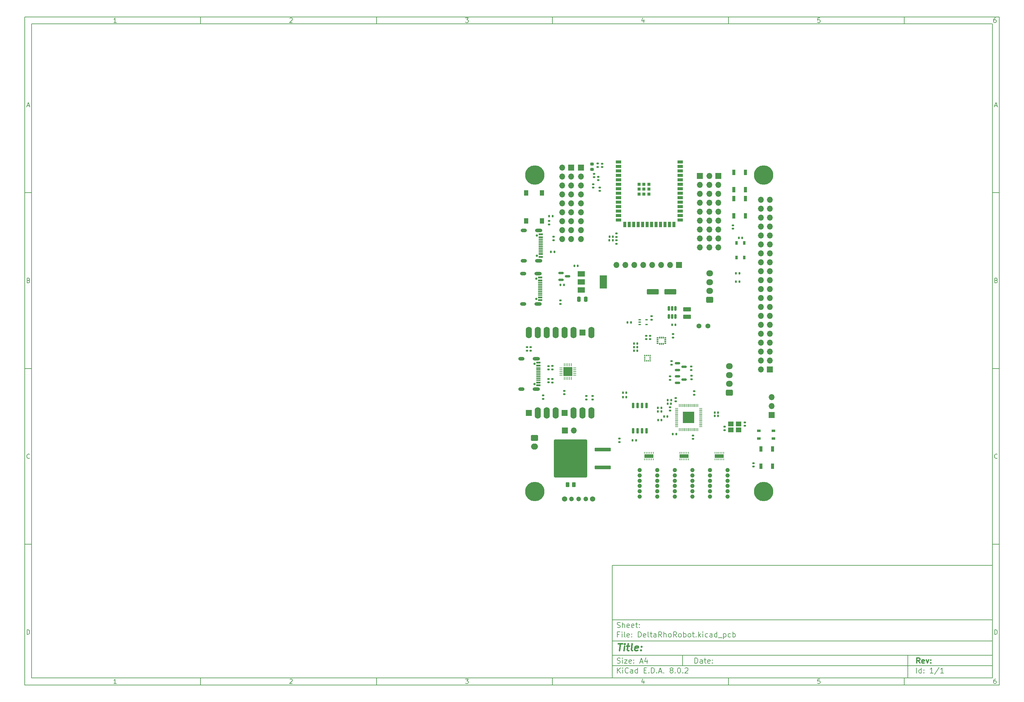
<source format=gbr>
%TF.GenerationSoftware,KiCad,Pcbnew,8.0.2-8.0.2-0~ubuntu22.04.1*%
%TF.CreationDate,2024-05-30T01:49:05-04:00*%
%TF.ProjectId,DeltaRhoRobot,44656c74-6152-4686-9f52-6f626f742e6b,rev?*%
%TF.SameCoordinates,Original*%
%TF.FileFunction,Soldermask,Top*%
%TF.FilePolarity,Negative*%
%FSLAX46Y46*%
G04 Gerber Fmt 4.6, Leading zero omitted, Abs format (unit mm)*
G04 Created by KiCad (PCBNEW 8.0.2-8.0.2-0~ubuntu22.04.1) date 2024-05-30 01:49:05*
%MOMM*%
%LPD*%
G01*
G04 APERTURE LIST*
G04 Aperture macros list*
%AMRoundRect*
0 Rectangle with rounded corners*
0 $1 Rounding radius*
0 $2 $3 $4 $5 $6 $7 $8 $9 X,Y pos of 4 corners*
0 Add a 4 corners polygon primitive as box body*
4,1,4,$2,$3,$4,$5,$6,$7,$8,$9,$2,$3,0*
0 Add four circle primitives for the rounded corners*
1,1,$1+$1,$2,$3*
1,1,$1+$1,$4,$5*
1,1,$1+$1,$6,$7*
1,1,$1+$1,$8,$9*
0 Add four rect primitives between the rounded corners*
20,1,$1+$1,$2,$3,$4,$5,0*
20,1,$1+$1,$4,$5,$6,$7,0*
20,1,$1+$1,$6,$7,$8,$9,0*
20,1,$1+$1,$8,$9,$2,$3,0*%
G04 Aperture macros list end*
%ADD10C,0.100000*%
%ADD11C,0.150000*%
%ADD12C,0.300000*%
%ADD13C,0.400000*%
%ADD14RoundRect,0.140000X0.140000X0.170000X-0.140000X0.170000X-0.140000X-0.170000X0.140000X-0.170000X0*%
%ADD15RoundRect,0.135000X-0.135000X-0.185000X0.135000X-0.185000X0.135000X0.185000X-0.135000X0.185000X0*%
%ADD16R,0.900000X1.500000*%
%ADD17RoundRect,0.150000X-0.587500X-0.150000X0.587500X-0.150000X0.587500X0.150000X-0.587500X0.150000X0*%
%ADD18RoundRect,0.140000X-0.170000X0.140000X-0.170000X-0.140000X0.170000X-0.140000X0.170000X0.140000X0*%
%ADD19RoundRect,0.140000X0.170000X-0.140000X0.170000X0.140000X-0.170000X0.140000X-0.170000X-0.140000X0*%
%ADD20R,1.700000X1.700000*%
%ADD21O,1.700000X1.700000*%
%ADD22R,0.250000X0.500000*%
%ADD23R,2.650000X1.000000*%
%ADD24R,1.300000X1.550000*%
%ADD25RoundRect,0.135000X0.185000X-0.135000X0.185000X0.135000X-0.185000X0.135000X-0.185000X-0.135000X0*%
%ADD26R,0.650000X1.050000*%
%ADD27RoundRect,0.140000X-0.140000X-0.170000X0.140000X-0.170000X0.140000X0.170000X-0.140000X0.170000X0*%
%ADD28C,1.400000*%
%ADD29RoundRect,0.135000X-0.185000X0.135000X-0.185000X-0.135000X0.185000X-0.135000X0.185000X0.135000X0*%
%ADD30RoundRect,0.050000X0.050000X-0.387500X0.050000X0.387500X-0.050000X0.387500X-0.050000X-0.387500X0*%
%ADD31RoundRect,0.050000X0.387500X-0.050000X0.387500X0.050000X-0.387500X0.050000X-0.387500X-0.050000X0*%
%ADD32R,3.200000X3.200000*%
%ADD33RoundRect,0.250000X0.725000X-0.600000X0.725000X0.600000X-0.725000X0.600000X-0.725000X-0.600000X0*%
%ADD34O,1.950000X1.700000*%
%ADD35RoundRect,0.250000X0.250000X0.475000X-0.250000X0.475000X-0.250000X-0.475000X0.250000X-0.475000X0*%
%ADD36C,1.244600*%
%ADD37RoundRect,0.250000X2.050000X0.300000X-2.050000X0.300000X-2.050000X-0.300000X2.050000X-0.300000X0*%
%ADD38RoundRect,0.250002X4.449998X5.149998X-4.449998X5.149998X-4.449998X-5.149998X4.449998X-5.149998X0*%
%ADD39R,1.050000X0.650000*%
%ADD40RoundRect,0.150000X0.150000X-0.650000X0.150000X0.650000X-0.150000X0.650000X-0.150000X-0.650000X0*%
%ADD41C,3.600000*%
%ADD42C,5.500000*%
%ADD43RoundRect,0.250000X0.850000X-0.375000X0.850000X0.375000X-0.850000X0.375000X-0.850000X-0.375000X0*%
%ADD44RoundRect,0.102000X0.700000X-0.600000X0.700000X0.600000X-0.700000X0.600000X-0.700000X-0.600000X0*%
%ADD45RoundRect,0.135000X0.135000X0.185000X-0.135000X0.185000X-0.135000X-0.185000X0.135000X-0.185000X0*%
%ADD46RoundRect,0.250000X-0.750000X0.600000X-0.750000X-0.600000X0.750000X-0.600000X0.750000X0.600000X0*%
%ADD47O,2.000000X1.700000*%
%ADD48R,1.500000X0.900000*%
%ADD49R,0.900000X0.900000*%
%ADD50R,2.000000X1.500000*%
%ADD51R,2.000000X3.800000*%
%ADD52RoundRect,0.062500X-0.062500X0.350000X-0.062500X-0.350000X0.062500X-0.350000X0.062500X0.350000X0*%
%ADD53RoundRect,0.062500X-0.350000X0.062500X-0.350000X-0.062500X0.350000X-0.062500X0.350000X0.062500X0*%
%ADD54R,2.500000X2.500000*%
%ADD55RoundRect,0.150000X-0.150000X0.512500X-0.150000X-0.512500X0.150000X-0.512500X0.150000X0.512500X0*%
%ADD56R,0.375000X0.350000*%
%ADD57R,0.350000X0.375000*%
%ADD58C,0.650000*%
%ADD59R,1.240000X0.600000*%
%ADD60R,1.240000X0.300000*%
%ADD61O,2.100000X1.000000*%
%ADD62O,1.800000X1.000000*%
%ADD63RoundRect,0.250000X-0.262500X-0.450000X0.262500X-0.450000X0.262500X0.450000X-0.262500X0.450000X0*%
%ADD64C,1.320800*%
%ADD65C,1.498600*%
%ADD66RoundRect,0.102000X0.762000X-0.762000X0.762000X0.762000X-0.762000X0.762000X-0.762000X-0.762000X0*%
%ADD67O,1.728000X3.252000*%
%ADD68R,0.533400X0.304800*%
%ADD69R,0.304800X0.533400*%
%ADD70RoundRect,0.100000X-0.225000X-0.100000X0.225000X-0.100000X0.225000X0.100000X-0.225000X0.100000X0*%
%ADD71RoundRect,0.225000X-0.250000X0.225000X-0.250000X-0.225000X0.250000X-0.225000X0.250000X0.225000X0*%
%ADD72RoundRect,0.250000X1.412500X0.550000X-1.412500X0.550000X-1.412500X-0.550000X1.412500X-0.550000X0*%
G04 APERTURE END LIST*
D10*
D11*
X177002200Y-166007200D02*
X285002200Y-166007200D01*
X285002200Y-198007200D01*
X177002200Y-198007200D01*
X177002200Y-166007200D01*
D10*
D11*
X10000000Y-10000000D02*
X287002200Y-10000000D01*
X287002200Y-200007200D01*
X10000000Y-200007200D01*
X10000000Y-10000000D01*
D10*
D11*
X12000000Y-12000000D02*
X285002200Y-12000000D01*
X285002200Y-198007200D01*
X12000000Y-198007200D01*
X12000000Y-12000000D01*
D10*
D11*
X60000000Y-12000000D02*
X60000000Y-10000000D01*
D10*
D11*
X110000000Y-12000000D02*
X110000000Y-10000000D01*
D10*
D11*
X160000000Y-12000000D02*
X160000000Y-10000000D01*
D10*
D11*
X210000000Y-12000000D02*
X210000000Y-10000000D01*
D10*
D11*
X260000000Y-12000000D02*
X260000000Y-10000000D01*
D10*
D11*
X36089160Y-11593604D02*
X35346303Y-11593604D01*
X35717731Y-11593604D02*
X35717731Y-10293604D01*
X35717731Y-10293604D02*
X35593922Y-10479319D01*
X35593922Y-10479319D02*
X35470112Y-10603128D01*
X35470112Y-10603128D02*
X35346303Y-10665033D01*
D10*
D11*
X85346303Y-10417414D02*
X85408207Y-10355509D01*
X85408207Y-10355509D02*
X85532017Y-10293604D01*
X85532017Y-10293604D02*
X85841541Y-10293604D01*
X85841541Y-10293604D02*
X85965350Y-10355509D01*
X85965350Y-10355509D02*
X86027255Y-10417414D01*
X86027255Y-10417414D02*
X86089160Y-10541223D01*
X86089160Y-10541223D02*
X86089160Y-10665033D01*
X86089160Y-10665033D02*
X86027255Y-10850747D01*
X86027255Y-10850747D02*
X85284398Y-11593604D01*
X85284398Y-11593604D02*
X86089160Y-11593604D01*
D10*
D11*
X135284398Y-10293604D02*
X136089160Y-10293604D01*
X136089160Y-10293604D02*
X135655826Y-10788842D01*
X135655826Y-10788842D02*
X135841541Y-10788842D01*
X135841541Y-10788842D02*
X135965350Y-10850747D01*
X135965350Y-10850747D02*
X136027255Y-10912652D01*
X136027255Y-10912652D02*
X136089160Y-11036461D01*
X136089160Y-11036461D02*
X136089160Y-11345985D01*
X136089160Y-11345985D02*
X136027255Y-11469795D01*
X136027255Y-11469795D02*
X135965350Y-11531700D01*
X135965350Y-11531700D02*
X135841541Y-11593604D01*
X135841541Y-11593604D02*
X135470112Y-11593604D01*
X135470112Y-11593604D02*
X135346303Y-11531700D01*
X135346303Y-11531700D02*
X135284398Y-11469795D01*
D10*
D11*
X185965350Y-10726938D02*
X185965350Y-11593604D01*
X185655826Y-10231700D02*
X185346303Y-11160271D01*
X185346303Y-11160271D02*
X186151064Y-11160271D01*
D10*
D11*
X236027255Y-10293604D02*
X235408207Y-10293604D01*
X235408207Y-10293604D02*
X235346303Y-10912652D01*
X235346303Y-10912652D02*
X235408207Y-10850747D01*
X235408207Y-10850747D02*
X235532017Y-10788842D01*
X235532017Y-10788842D02*
X235841541Y-10788842D01*
X235841541Y-10788842D02*
X235965350Y-10850747D01*
X235965350Y-10850747D02*
X236027255Y-10912652D01*
X236027255Y-10912652D02*
X236089160Y-11036461D01*
X236089160Y-11036461D02*
X236089160Y-11345985D01*
X236089160Y-11345985D02*
X236027255Y-11469795D01*
X236027255Y-11469795D02*
X235965350Y-11531700D01*
X235965350Y-11531700D02*
X235841541Y-11593604D01*
X235841541Y-11593604D02*
X235532017Y-11593604D01*
X235532017Y-11593604D02*
X235408207Y-11531700D01*
X235408207Y-11531700D02*
X235346303Y-11469795D01*
D10*
D11*
X285965350Y-10293604D02*
X285717731Y-10293604D01*
X285717731Y-10293604D02*
X285593922Y-10355509D01*
X285593922Y-10355509D02*
X285532017Y-10417414D01*
X285532017Y-10417414D02*
X285408207Y-10603128D01*
X285408207Y-10603128D02*
X285346303Y-10850747D01*
X285346303Y-10850747D02*
X285346303Y-11345985D01*
X285346303Y-11345985D02*
X285408207Y-11469795D01*
X285408207Y-11469795D02*
X285470112Y-11531700D01*
X285470112Y-11531700D02*
X285593922Y-11593604D01*
X285593922Y-11593604D02*
X285841541Y-11593604D01*
X285841541Y-11593604D02*
X285965350Y-11531700D01*
X285965350Y-11531700D02*
X286027255Y-11469795D01*
X286027255Y-11469795D02*
X286089160Y-11345985D01*
X286089160Y-11345985D02*
X286089160Y-11036461D01*
X286089160Y-11036461D02*
X286027255Y-10912652D01*
X286027255Y-10912652D02*
X285965350Y-10850747D01*
X285965350Y-10850747D02*
X285841541Y-10788842D01*
X285841541Y-10788842D02*
X285593922Y-10788842D01*
X285593922Y-10788842D02*
X285470112Y-10850747D01*
X285470112Y-10850747D02*
X285408207Y-10912652D01*
X285408207Y-10912652D02*
X285346303Y-11036461D01*
D10*
D11*
X60000000Y-198007200D02*
X60000000Y-200007200D01*
D10*
D11*
X110000000Y-198007200D02*
X110000000Y-200007200D01*
D10*
D11*
X160000000Y-198007200D02*
X160000000Y-200007200D01*
D10*
D11*
X210000000Y-198007200D02*
X210000000Y-200007200D01*
D10*
D11*
X260000000Y-198007200D02*
X260000000Y-200007200D01*
D10*
D11*
X36089160Y-199600804D02*
X35346303Y-199600804D01*
X35717731Y-199600804D02*
X35717731Y-198300804D01*
X35717731Y-198300804D02*
X35593922Y-198486519D01*
X35593922Y-198486519D02*
X35470112Y-198610328D01*
X35470112Y-198610328D02*
X35346303Y-198672233D01*
D10*
D11*
X85346303Y-198424614D02*
X85408207Y-198362709D01*
X85408207Y-198362709D02*
X85532017Y-198300804D01*
X85532017Y-198300804D02*
X85841541Y-198300804D01*
X85841541Y-198300804D02*
X85965350Y-198362709D01*
X85965350Y-198362709D02*
X86027255Y-198424614D01*
X86027255Y-198424614D02*
X86089160Y-198548423D01*
X86089160Y-198548423D02*
X86089160Y-198672233D01*
X86089160Y-198672233D02*
X86027255Y-198857947D01*
X86027255Y-198857947D02*
X85284398Y-199600804D01*
X85284398Y-199600804D02*
X86089160Y-199600804D01*
D10*
D11*
X135284398Y-198300804D02*
X136089160Y-198300804D01*
X136089160Y-198300804D02*
X135655826Y-198796042D01*
X135655826Y-198796042D02*
X135841541Y-198796042D01*
X135841541Y-198796042D02*
X135965350Y-198857947D01*
X135965350Y-198857947D02*
X136027255Y-198919852D01*
X136027255Y-198919852D02*
X136089160Y-199043661D01*
X136089160Y-199043661D02*
X136089160Y-199353185D01*
X136089160Y-199353185D02*
X136027255Y-199476995D01*
X136027255Y-199476995D02*
X135965350Y-199538900D01*
X135965350Y-199538900D02*
X135841541Y-199600804D01*
X135841541Y-199600804D02*
X135470112Y-199600804D01*
X135470112Y-199600804D02*
X135346303Y-199538900D01*
X135346303Y-199538900D02*
X135284398Y-199476995D01*
D10*
D11*
X185965350Y-198734138D02*
X185965350Y-199600804D01*
X185655826Y-198238900D02*
X185346303Y-199167471D01*
X185346303Y-199167471D02*
X186151064Y-199167471D01*
D10*
D11*
X236027255Y-198300804D02*
X235408207Y-198300804D01*
X235408207Y-198300804D02*
X235346303Y-198919852D01*
X235346303Y-198919852D02*
X235408207Y-198857947D01*
X235408207Y-198857947D02*
X235532017Y-198796042D01*
X235532017Y-198796042D02*
X235841541Y-198796042D01*
X235841541Y-198796042D02*
X235965350Y-198857947D01*
X235965350Y-198857947D02*
X236027255Y-198919852D01*
X236027255Y-198919852D02*
X236089160Y-199043661D01*
X236089160Y-199043661D02*
X236089160Y-199353185D01*
X236089160Y-199353185D02*
X236027255Y-199476995D01*
X236027255Y-199476995D02*
X235965350Y-199538900D01*
X235965350Y-199538900D02*
X235841541Y-199600804D01*
X235841541Y-199600804D02*
X235532017Y-199600804D01*
X235532017Y-199600804D02*
X235408207Y-199538900D01*
X235408207Y-199538900D02*
X235346303Y-199476995D01*
D10*
D11*
X285965350Y-198300804D02*
X285717731Y-198300804D01*
X285717731Y-198300804D02*
X285593922Y-198362709D01*
X285593922Y-198362709D02*
X285532017Y-198424614D01*
X285532017Y-198424614D02*
X285408207Y-198610328D01*
X285408207Y-198610328D02*
X285346303Y-198857947D01*
X285346303Y-198857947D02*
X285346303Y-199353185D01*
X285346303Y-199353185D02*
X285408207Y-199476995D01*
X285408207Y-199476995D02*
X285470112Y-199538900D01*
X285470112Y-199538900D02*
X285593922Y-199600804D01*
X285593922Y-199600804D02*
X285841541Y-199600804D01*
X285841541Y-199600804D02*
X285965350Y-199538900D01*
X285965350Y-199538900D02*
X286027255Y-199476995D01*
X286027255Y-199476995D02*
X286089160Y-199353185D01*
X286089160Y-199353185D02*
X286089160Y-199043661D01*
X286089160Y-199043661D02*
X286027255Y-198919852D01*
X286027255Y-198919852D02*
X285965350Y-198857947D01*
X285965350Y-198857947D02*
X285841541Y-198796042D01*
X285841541Y-198796042D02*
X285593922Y-198796042D01*
X285593922Y-198796042D02*
X285470112Y-198857947D01*
X285470112Y-198857947D02*
X285408207Y-198919852D01*
X285408207Y-198919852D02*
X285346303Y-199043661D01*
D10*
D11*
X10000000Y-60000000D02*
X12000000Y-60000000D01*
D10*
D11*
X10000000Y-110000000D02*
X12000000Y-110000000D01*
D10*
D11*
X10000000Y-160000000D02*
X12000000Y-160000000D01*
D10*
D11*
X10690476Y-35222176D02*
X11309523Y-35222176D01*
X10566666Y-35593604D02*
X10999999Y-34293604D01*
X10999999Y-34293604D02*
X11433333Y-35593604D01*
D10*
D11*
X11092857Y-84912652D02*
X11278571Y-84974557D01*
X11278571Y-84974557D02*
X11340476Y-85036461D01*
X11340476Y-85036461D02*
X11402380Y-85160271D01*
X11402380Y-85160271D02*
X11402380Y-85345985D01*
X11402380Y-85345985D02*
X11340476Y-85469795D01*
X11340476Y-85469795D02*
X11278571Y-85531700D01*
X11278571Y-85531700D02*
X11154761Y-85593604D01*
X11154761Y-85593604D02*
X10659523Y-85593604D01*
X10659523Y-85593604D02*
X10659523Y-84293604D01*
X10659523Y-84293604D02*
X11092857Y-84293604D01*
X11092857Y-84293604D02*
X11216666Y-84355509D01*
X11216666Y-84355509D02*
X11278571Y-84417414D01*
X11278571Y-84417414D02*
X11340476Y-84541223D01*
X11340476Y-84541223D02*
X11340476Y-84665033D01*
X11340476Y-84665033D02*
X11278571Y-84788842D01*
X11278571Y-84788842D02*
X11216666Y-84850747D01*
X11216666Y-84850747D02*
X11092857Y-84912652D01*
X11092857Y-84912652D02*
X10659523Y-84912652D01*
D10*
D11*
X11402380Y-135469795D02*
X11340476Y-135531700D01*
X11340476Y-135531700D02*
X11154761Y-135593604D01*
X11154761Y-135593604D02*
X11030952Y-135593604D01*
X11030952Y-135593604D02*
X10845238Y-135531700D01*
X10845238Y-135531700D02*
X10721428Y-135407890D01*
X10721428Y-135407890D02*
X10659523Y-135284080D01*
X10659523Y-135284080D02*
X10597619Y-135036461D01*
X10597619Y-135036461D02*
X10597619Y-134850747D01*
X10597619Y-134850747D02*
X10659523Y-134603128D01*
X10659523Y-134603128D02*
X10721428Y-134479319D01*
X10721428Y-134479319D02*
X10845238Y-134355509D01*
X10845238Y-134355509D02*
X11030952Y-134293604D01*
X11030952Y-134293604D02*
X11154761Y-134293604D01*
X11154761Y-134293604D02*
X11340476Y-134355509D01*
X11340476Y-134355509D02*
X11402380Y-134417414D01*
D10*
D11*
X10659523Y-185593604D02*
X10659523Y-184293604D01*
X10659523Y-184293604D02*
X10969047Y-184293604D01*
X10969047Y-184293604D02*
X11154761Y-184355509D01*
X11154761Y-184355509D02*
X11278571Y-184479319D01*
X11278571Y-184479319D02*
X11340476Y-184603128D01*
X11340476Y-184603128D02*
X11402380Y-184850747D01*
X11402380Y-184850747D02*
X11402380Y-185036461D01*
X11402380Y-185036461D02*
X11340476Y-185284080D01*
X11340476Y-185284080D02*
X11278571Y-185407890D01*
X11278571Y-185407890D02*
X11154761Y-185531700D01*
X11154761Y-185531700D02*
X10969047Y-185593604D01*
X10969047Y-185593604D02*
X10659523Y-185593604D01*
D10*
D11*
X287002200Y-60000000D02*
X285002200Y-60000000D01*
D10*
D11*
X287002200Y-110000000D02*
X285002200Y-110000000D01*
D10*
D11*
X287002200Y-160000000D02*
X285002200Y-160000000D01*
D10*
D11*
X285692676Y-35222176D02*
X286311723Y-35222176D01*
X285568866Y-35593604D02*
X286002199Y-34293604D01*
X286002199Y-34293604D02*
X286435533Y-35593604D01*
D10*
D11*
X286095057Y-84912652D02*
X286280771Y-84974557D01*
X286280771Y-84974557D02*
X286342676Y-85036461D01*
X286342676Y-85036461D02*
X286404580Y-85160271D01*
X286404580Y-85160271D02*
X286404580Y-85345985D01*
X286404580Y-85345985D02*
X286342676Y-85469795D01*
X286342676Y-85469795D02*
X286280771Y-85531700D01*
X286280771Y-85531700D02*
X286156961Y-85593604D01*
X286156961Y-85593604D02*
X285661723Y-85593604D01*
X285661723Y-85593604D02*
X285661723Y-84293604D01*
X285661723Y-84293604D02*
X286095057Y-84293604D01*
X286095057Y-84293604D02*
X286218866Y-84355509D01*
X286218866Y-84355509D02*
X286280771Y-84417414D01*
X286280771Y-84417414D02*
X286342676Y-84541223D01*
X286342676Y-84541223D02*
X286342676Y-84665033D01*
X286342676Y-84665033D02*
X286280771Y-84788842D01*
X286280771Y-84788842D02*
X286218866Y-84850747D01*
X286218866Y-84850747D02*
X286095057Y-84912652D01*
X286095057Y-84912652D02*
X285661723Y-84912652D01*
D10*
D11*
X286404580Y-135469795D02*
X286342676Y-135531700D01*
X286342676Y-135531700D02*
X286156961Y-135593604D01*
X286156961Y-135593604D02*
X286033152Y-135593604D01*
X286033152Y-135593604D02*
X285847438Y-135531700D01*
X285847438Y-135531700D02*
X285723628Y-135407890D01*
X285723628Y-135407890D02*
X285661723Y-135284080D01*
X285661723Y-135284080D02*
X285599819Y-135036461D01*
X285599819Y-135036461D02*
X285599819Y-134850747D01*
X285599819Y-134850747D02*
X285661723Y-134603128D01*
X285661723Y-134603128D02*
X285723628Y-134479319D01*
X285723628Y-134479319D02*
X285847438Y-134355509D01*
X285847438Y-134355509D02*
X286033152Y-134293604D01*
X286033152Y-134293604D02*
X286156961Y-134293604D01*
X286156961Y-134293604D02*
X286342676Y-134355509D01*
X286342676Y-134355509D02*
X286404580Y-134417414D01*
D10*
D11*
X285661723Y-185593604D02*
X285661723Y-184293604D01*
X285661723Y-184293604D02*
X285971247Y-184293604D01*
X285971247Y-184293604D02*
X286156961Y-184355509D01*
X286156961Y-184355509D02*
X286280771Y-184479319D01*
X286280771Y-184479319D02*
X286342676Y-184603128D01*
X286342676Y-184603128D02*
X286404580Y-184850747D01*
X286404580Y-184850747D02*
X286404580Y-185036461D01*
X286404580Y-185036461D02*
X286342676Y-185284080D01*
X286342676Y-185284080D02*
X286280771Y-185407890D01*
X286280771Y-185407890D02*
X286156961Y-185531700D01*
X286156961Y-185531700D02*
X285971247Y-185593604D01*
X285971247Y-185593604D02*
X285661723Y-185593604D01*
D10*
D11*
X200458026Y-193793328D02*
X200458026Y-192293328D01*
X200458026Y-192293328D02*
X200815169Y-192293328D01*
X200815169Y-192293328D02*
X201029455Y-192364757D01*
X201029455Y-192364757D02*
X201172312Y-192507614D01*
X201172312Y-192507614D02*
X201243741Y-192650471D01*
X201243741Y-192650471D02*
X201315169Y-192936185D01*
X201315169Y-192936185D02*
X201315169Y-193150471D01*
X201315169Y-193150471D02*
X201243741Y-193436185D01*
X201243741Y-193436185D02*
X201172312Y-193579042D01*
X201172312Y-193579042D02*
X201029455Y-193721900D01*
X201029455Y-193721900D02*
X200815169Y-193793328D01*
X200815169Y-193793328D02*
X200458026Y-193793328D01*
X202600884Y-193793328D02*
X202600884Y-193007614D01*
X202600884Y-193007614D02*
X202529455Y-192864757D01*
X202529455Y-192864757D02*
X202386598Y-192793328D01*
X202386598Y-192793328D02*
X202100884Y-192793328D01*
X202100884Y-192793328D02*
X201958026Y-192864757D01*
X202600884Y-193721900D02*
X202458026Y-193793328D01*
X202458026Y-193793328D02*
X202100884Y-193793328D01*
X202100884Y-193793328D02*
X201958026Y-193721900D01*
X201958026Y-193721900D02*
X201886598Y-193579042D01*
X201886598Y-193579042D02*
X201886598Y-193436185D01*
X201886598Y-193436185D02*
X201958026Y-193293328D01*
X201958026Y-193293328D02*
X202100884Y-193221900D01*
X202100884Y-193221900D02*
X202458026Y-193221900D01*
X202458026Y-193221900D02*
X202600884Y-193150471D01*
X203100884Y-192793328D02*
X203672312Y-192793328D01*
X203315169Y-192293328D02*
X203315169Y-193579042D01*
X203315169Y-193579042D02*
X203386598Y-193721900D01*
X203386598Y-193721900D02*
X203529455Y-193793328D01*
X203529455Y-193793328D02*
X203672312Y-193793328D01*
X204743741Y-193721900D02*
X204600884Y-193793328D01*
X204600884Y-193793328D02*
X204315170Y-193793328D01*
X204315170Y-193793328D02*
X204172312Y-193721900D01*
X204172312Y-193721900D02*
X204100884Y-193579042D01*
X204100884Y-193579042D02*
X204100884Y-193007614D01*
X204100884Y-193007614D02*
X204172312Y-192864757D01*
X204172312Y-192864757D02*
X204315170Y-192793328D01*
X204315170Y-192793328D02*
X204600884Y-192793328D01*
X204600884Y-192793328D02*
X204743741Y-192864757D01*
X204743741Y-192864757D02*
X204815170Y-193007614D01*
X204815170Y-193007614D02*
X204815170Y-193150471D01*
X204815170Y-193150471D02*
X204100884Y-193293328D01*
X205458026Y-193650471D02*
X205529455Y-193721900D01*
X205529455Y-193721900D02*
X205458026Y-193793328D01*
X205458026Y-193793328D02*
X205386598Y-193721900D01*
X205386598Y-193721900D02*
X205458026Y-193650471D01*
X205458026Y-193650471D02*
X205458026Y-193793328D01*
X205458026Y-192864757D02*
X205529455Y-192936185D01*
X205529455Y-192936185D02*
X205458026Y-193007614D01*
X205458026Y-193007614D02*
X205386598Y-192936185D01*
X205386598Y-192936185D02*
X205458026Y-192864757D01*
X205458026Y-192864757D02*
X205458026Y-193007614D01*
D10*
D11*
X177002200Y-194507200D02*
X285002200Y-194507200D01*
D10*
D11*
X178458026Y-196593328D02*
X178458026Y-195093328D01*
X179315169Y-196593328D02*
X178672312Y-195736185D01*
X179315169Y-195093328D02*
X178458026Y-195950471D01*
X179958026Y-196593328D02*
X179958026Y-195593328D01*
X179958026Y-195093328D02*
X179886598Y-195164757D01*
X179886598Y-195164757D02*
X179958026Y-195236185D01*
X179958026Y-195236185D02*
X180029455Y-195164757D01*
X180029455Y-195164757D02*
X179958026Y-195093328D01*
X179958026Y-195093328D02*
X179958026Y-195236185D01*
X181529455Y-196450471D02*
X181458027Y-196521900D01*
X181458027Y-196521900D02*
X181243741Y-196593328D01*
X181243741Y-196593328D02*
X181100884Y-196593328D01*
X181100884Y-196593328D02*
X180886598Y-196521900D01*
X180886598Y-196521900D02*
X180743741Y-196379042D01*
X180743741Y-196379042D02*
X180672312Y-196236185D01*
X180672312Y-196236185D02*
X180600884Y-195950471D01*
X180600884Y-195950471D02*
X180600884Y-195736185D01*
X180600884Y-195736185D02*
X180672312Y-195450471D01*
X180672312Y-195450471D02*
X180743741Y-195307614D01*
X180743741Y-195307614D02*
X180886598Y-195164757D01*
X180886598Y-195164757D02*
X181100884Y-195093328D01*
X181100884Y-195093328D02*
X181243741Y-195093328D01*
X181243741Y-195093328D02*
X181458027Y-195164757D01*
X181458027Y-195164757D02*
X181529455Y-195236185D01*
X182815170Y-196593328D02*
X182815170Y-195807614D01*
X182815170Y-195807614D02*
X182743741Y-195664757D01*
X182743741Y-195664757D02*
X182600884Y-195593328D01*
X182600884Y-195593328D02*
X182315170Y-195593328D01*
X182315170Y-195593328D02*
X182172312Y-195664757D01*
X182815170Y-196521900D02*
X182672312Y-196593328D01*
X182672312Y-196593328D02*
X182315170Y-196593328D01*
X182315170Y-196593328D02*
X182172312Y-196521900D01*
X182172312Y-196521900D02*
X182100884Y-196379042D01*
X182100884Y-196379042D02*
X182100884Y-196236185D01*
X182100884Y-196236185D02*
X182172312Y-196093328D01*
X182172312Y-196093328D02*
X182315170Y-196021900D01*
X182315170Y-196021900D02*
X182672312Y-196021900D01*
X182672312Y-196021900D02*
X182815170Y-195950471D01*
X184172313Y-196593328D02*
X184172313Y-195093328D01*
X184172313Y-196521900D02*
X184029455Y-196593328D01*
X184029455Y-196593328D02*
X183743741Y-196593328D01*
X183743741Y-196593328D02*
X183600884Y-196521900D01*
X183600884Y-196521900D02*
X183529455Y-196450471D01*
X183529455Y-196450471D02*
X183458027Y-196307614D01*
X183458027Y-196307614D02*
X183458027Y-195879042D01*
X183458027Y-195879042D02*
X183529455Y-195736185D01*
X183529455Y-195736185D02*
X183600884Y-195664757D01*
X183600884Y-195664757D02*
X183743741Y-195593328D01*
X183743741Y-195593328D02*
X184029455Y-195593328D01*
X184029455Y-195593328D02*
X184172313Y-195664757D01*
X186029455Y-195807614D02*
X186529455Y-195807614D01*
X186743741Y-196593328D02*
X186029455Y-196593328D01*
X186029455Y-196593328D02*
X186029455Y-195093328D01*
X186029455Y-195093328D02*
X186743741Y-195093328D01*
X187386598Y-196450471D02*
X187458027Y-196521900D01*
X187458027Y-196521900D02*
X187386598Y-196593328D01*
X187386598Y-196593328D02*
X187315170Y-196521900D01*
X187315170Y-196521900D02*
X187386598Y-196450471D01*
X187386598Y-196450471D02*
X187386598Y-196593328D01*
X188100884Y-196593328D02*
X188100884Y-195093328D01*
X188100884Y-195093328D02*
X188458027Y-195093328D01*
X188458027Y-195093328D02*
X188672313Y-195164757D01*
X188672313Y-195164757D02*
X188815170Y-195307614D01*
X188815170Y-195307614D02*
X188886599Y-195450471D01*
X188886599Y-195450471D02*
X188958027Y-195736185D01*
X188958027Y-195736185D02*
X188958027Y-195950471D01*
X188958027Y-195950471D02*
X188886599Y-196236185D01*
X188886599Y-196236185D02*
X188815170Y-196379042D01*
X188815170Y-196379042D02*
X188672313Y-196521900D01*
X188672313Y-196521900D02*
X188458027Y-196593328D01*
X188458027Y-196593328D02*
X188100884Y-196593328D01*
X189600884Y-196450471D02*
X189672313Y-196521900D01*
X189672313Y-196521900D02*
X189600884Y-196593328D01*
X189600884Y-196593328D02*
X189529456Y-196521900D01*
X189529456Y-196521900D02*
X189600884Y-196450471D01*
X189600884Y-196450471D02*
X189600884Y-196593328D01*
X190243742Y-196164757D02*
X190958028Y-196164757D01*
X190100885Y-196593328D02*
X190600885Y-195093328D01*
X190600885Y-195093328D02*
X191100885Y-196593328D01*
X191600884Y-196450471D02*
X191672313Y-196521900D01*
X191672313Y-196521900D02*
X191600884Y-196593328D01*
X191600884Y-196593328D02*
X191529456Y-196521900D01*
X191529456Y-196521900D02*
X191600884Y-196450471D01*
X191600884Y-196450471D02*
X191600884Y-196593328D01*
X193672313Y-195736185D02*
X193529456Y-195664757D01*
X193529456Y-195664757D02*
X193458027Y-195593328D01*
X193458027Y-195593328D02*
X193386599Y-195450471D01*
X193386599Y-195450471D02*
X193386599Y-195379042D01*
X193386599Y-195379042D02*
X193458027Y-195236185D01*
X193458027Y-195236185D02*
X193529456Y-195164757D01*
X193529456Y-195164757D02*
X193672313Y-195093328D01*
X193672313Y-195093328D02*
X193958027Y-195093328D01*
X193958027Y-195093328D02*
X194100885Y-195164757D01*
X194100885Y-195164757D02*
X194172313Y-195236185D01*
X194172313Y-195236185D02*
X194243742Y-195379042D01*
X194243742Y-195379042D02*
X194243742Y-195450471D01*
X194243742Y-195450471D02*
X194172313Y-195593328D01*
X194172313Y-195593328D02*
X194100885Y-195664757D01*
X194100885Y-195664757D02*
X193958027Y-195736185D01*
X193958027Y-195736185D02*
X193672313Y-195736185D01*
X193672313Y-195736185D02*
X193529456Y-195807614D01*
X193529456Y-195807614D02*
X193458027Y-195879042D01*
X193458027Y-195879042D02*
X193386599Y-196021900D01*
X193386599Y-196021900D02*
X193386599Y-196307614D01*
X193386599Y-196307614D02*
X193458027Y-196450471D01*
X193458027Y-196450471D02*
X193529456Y-196521900D01*
X193529456Y-196521900D02*
X193672313Y-196593328D01*
X193672313Y-196593328D02*
X193958027Y-196593328D01*
X193958027Y-196593328D02*
X194100885Y-196521900D01*
X194100885Y-196521900D02*
X194172313Y-196450471D01*
X194172313Y-196450471D02*
X194243742Y-196307614D01*
X194243742Y-196307614D02*
X194243742Y-196021900D01*
X194243742Y-196021900D02*
X194172313Y-195879042D01*
X194172313Y-195879042D02*
X194100885Y-195807614D01*
X194100885Y-195807614D02*
X193958027Y-195736185D01*
X194886598Y-196450471D02*
X194958027Y-196521900D01*
X194958027Y-196521900D02*
X194886598Y-196593328D01*
X194886598Y-196593328D02*
X194815170Y-196521900D01*
X194815170Y-196521900D02*
X194886598Y-196450471D01*
X194886598Y-196450471D02*
X194886598Y-196593328D01*
X195886599Y-195093328D02*
X196029456Y-195093328D01*
X196029456Y-195093328D02*
X196172313Y-195164757D01*
X196172313Y-195164757D02*
X196243742Y-195236185D01*
X196243742Y-195236185D02*
X196315170Y-195379042D01*
X196315170Y-195379042D02*
X196386599Y-195664757D01*
X196386599Y-195664757D02*
X196386599Y-196021900D01*
X196386599Y-196021900D02*
X196315170Y-196307614D01*
X196315170Y-196307614D02*
X196243742Y-196450471D01*
X196243742Y-196450471D02*
X196172313Y-196521900D01*
X196172313Y-196521900D02*
X196029456Y-196593328D01*
X196029456Y-196593328D02*
X195886599Y-196593328D01*
X195886599Y-196593328D02*
X195743742Y-196521900D01*
X195743742Y-196521900D02*
X195672313Y-196450471D01*
X195672313Y-196450471D02*
X195600884Y-196307614D01*
X195600884Y-196307614D02*
X195529456Y-196021900D01*
X195529456Y-196021900D02*
X195529456Y-195664757D01*
X195529456Y-195664757D02*
X195600884Y-195379042D01*
X195600884Y-195379042D02*
X195672313Y-195236185D01*
X195672313Y-195236185D02*
X195743742Y-195164757D01*
X195743742Y-195164757D02*
X195886599Y-195093328D01*
X197029455Y-196450471D02*
X197100884Y-196521900D01*
X197100884Y-196521900D02*
X197029455Y-196593328D01*
X197029455Y-196593328D02*
X196958027Y-196521900D01*
X196958027Y-196521900D02*
X197029455Y-196450471D01*
X197029455Y-196450471D02*
X197029455Y-196593328D01*
X197672313Y-195236185D02*
X197743741Y-195164757D01*
X197743741Y-195164757D02*
X197886599Y-195093328D01*
X197886599Y-195093328D02*
X198243741Y-195093328D01*
X198243741Y-195093328D02*
X198386599Y-195164757D01*
X198386599Y-195164757D02*
X198458027Y-195236185D01*
X198458027Y-195236185D02*
X198529456Y-195379042D01*
X198529456Y-195379042D02*
X198529456Y-195521900D01*
X198529456Y-195521900D02*
X198458027Y-195736185D01*
X198458027Y-195736185D02*
X197600884Y-196593328D01*
X197600884Y-196593328D02*
X198529456Y-196593328D01*
D10*
D11*
X177002200Y-191507200D02*
X285002200Y-191507200D01*
D10*
D12*
X264413853Y-193785528D02*
X263913853Y-193071242D01*
X263556710Y-193785528D02*
X263556710Y-192285528D01*
X263556710Y-192285528D02*
X264128139Y-192285528D01*
X264128139Y-192285528D02*
X264270996Y-192356957D01*
X264270996Y-192356957D02*
X264342425Y-192428385D01*
X264342425Y-192428385D02*
X264413853Y-192571242D01*
X264413853Y-192571242D02*
X264413853Y-192785528D01*
X264413853Y-192785528D02*
X264342425Y-192928385D01*
X264342425Y-192928385D02*
X264270996Y-192999814D01*
X264270996Y-192999814D02*
X264128139Y-193071242D01*
X264128139Y-193071242D02*
X263556710Y-193071242D01*
X265628139Y-193714100D02*
X265485282Y-193785528D01*
X265485282Y-193785528D02*
X265199568Y-193785528D01*
X265199568Y-193785528D02*
X265056710Y-193714100D01*
X265056710Y-193714100D02*
X264985282Y-193571242D01*
X264985282Y-193571242D02*
X264985282Y-192999814D01*
X264985282Y-192999814D02*
X265056710Y-192856957D01*
X265056710Y-192856957D02*
X265199568Y-192785528D01*
X265199568Y-192785528D02*
X265485282Y-192785528D01*
X265485282Y-192785528D02*
X265628139Y-192856957D01*
X265628139Y-192856957D02*
X265699568Y-192999814D01*
X265699568Y-192999814D02*
X265699568Y-193142671D01*
X265699568Y-193142671D02*
X264985282Y-193285528D01*
X266199567Y-192785528D02*
X266556710Y-193785528D01*
X266556710Y-193785528D02*
X266913853Y-192785528D01*
X267485281Y-193642671D02*
X267556710Y-193714100D01*
X267556710Y-193714100D02*
X267485281Y-193785528D01*
X267485281Y-193785528D02*
X267413853Y-193714100D01*
X267413853Y-193714100D02*
X267485281Y-193642671D01*
X267485281Y-193642671D02*
X267485281Y-193785528D01*
X267485281Y-192856957D02*
X267556710Y-192928385D01*
X267556710Y-192928385D02*
X267485281Y-192999814D01*
X267485281Y-192999814D02*
X267413853Y-192928385D01*
X267413853Y-192928385D02*
X267485281Y-192856957D01*
X267485281Y-192856957D02*
X267485281Y-192999814D01*
D10*
D11*
X178386598Y-193721900D02*
X178600884Y-193793328D01*
X178600884Y-193793328D02*
X178958026Y-193793328D01*
X178958026Y-193793328D02*
X179100884Y-193721900D01*
X179100884Y-193721900D02*
X179172312Y-193650471D01*
X179172312Y-193650471D02*
X179243741Y-193507614D01*
X179243741Y-193507614D02*
X179243741Y-193364757D01*
X179243741Y-193364757D02*
X179172312Y-193221900D01*
X179172312Y-193221900D02*
X179100884Y-193150471D01*
X179100884Y-193150471D02*
X178958026Y-193079042D01*
X178958026Y-193079042D02*
X178672312Y-193007614D01*
X178672312Y-193007614D02*
X178529455Y-192936185D01*
X178529455Y-192936185D02*
X178458026Y-192864757D01*
X178458026Y-192864757D02*
X178386598Y-192721900D01*
X178386598Y-192721900D02*
X178386598Y-192579042D01*
X178386598Y-192579042D02*
X178458026Y-192436185D01*
X178458026Y-192436185D02*
X178529455Y-192364757D01*
X178529455Y-192364757D02*
X178672312Y-192293328D01*
X178672312Y-192293328D02*
X179029455Y-192293328D01*
X179029455Y-192293328D02*
X179243741Y-192364757D01*
X179886597Y-193793328D02*
X179886597Y-192793328D01*
X179886597Y-192293328D02*
X179815169Y-192364757D01*
X179815169Y-192364757D02*
X179886597Y-192436185D01*
X179886597Y-192436185D02*
X179958026Y-192364757D01*
X179958026Y-192364757D02*
X179886597Y-192293328D01*
X179886597Y-192293328D02*
X179886597Y-192436185D01*
X180458026Y-192793328D02*
X181243741Y-192793328D01*
X181243741Y-192793328D02*
X180458026Y-193793328D01*
X180458026Y-193793328D02*
X181243741Y-193793328D01*
X182386598Y-193721900D02*
X182243741Y-193793328D01*
X182243741Y-193793328D02*
X181958027Y-193793328D01*
X181958027Y-193793328D02*
X181815169Y-193721900D01*
X181815169Y-193721900D02*
X181743741Y-193579042D01*
X181743741Y-193579042D02*
X181743741Y-193007614D01*
X181743741Y-193007614D02*
X181815169Y-192864757D01*
X181815169Y-192864757D02*
X181958027Y-192793328D01*
X181958027Y-192793328D02*
X182243741Y-192793328D01*
X182243741Y-192793328D02*
X182386598Y-192864757D01*
X182386598Y-192864757D02*
X182458027Y-193007614D01*
X182458027Y-193007614D02*
X182458027Y-193150471D01*
X182458027Y-193150471D02*
X181743741Y-193293328D01*
X183100883Y-193650471D02*
X183172312Y-193721900D01*
X183172312Y-193721900D02*
X183100883Y-193793328D01*
X183100883Y-193793328D02*
X183029455Y-193721900D01*
X183029455Y-193721900D02*
X183100883Y-193650471D01*
X183100883Y-193650471D02*
X183100883Y-193793328D01*
X183100883Y-192864757D02*
X183172312Y-192936185D01*
X183172312Y-192936185D02*
X183100883Y-193007614D01*
X183100883Y-193007614D02*
X183029455Y-192936185D01*
X183029455Y-192936185D02*
X183100883Y-192864757D01*
X183100883Y-192864757D02*
X183100883Y-193007614D01*
X184886598Y-193364757D02*
X185600884Y-193364757D01*
X184743741Y-193793328D02*
X185243741Y-192293328D01*
X185243741Y-192293328D02*
X185743741Y-193793328D01*
X186886598Y-192793328D02*
X186886598Y-193793328D01*
X186529455Y-192221900D02*
X186172312Y-193293328D01*
X186172312Y-193293328D02*
X187100883Y-193293328D01*
D10*
D11*
X263458026Y-196593328D02*
X263458026Y-195093328D01*
X264815170Y-196593328D02*
X264815170Y-195093328D01*
X264815170Y-196521900D02*
X264672312Y-196593328D01*
X264672312Y-196593328D02*
X264386598Y-196593328D01*
X264386598Y-196593328D02*
X264243741Y-196521900D01*
X264243741Y-196521900D02*
X264172312Y-196450471D01*
X264172312Y-196450471D02*
X264100884Y-196307614D01*
X264100884Y-196307614D02*
X264100884Y-195879042D01*
X264100884Y-195879042D02*
X264172312Y-195736185D01*
X264172312Y-195736185D02*
X264243741Y-195664757D01*
X264243741Y-195664757D02*
X264386598Y-195593328D01*
X264386598Y-195593328D02*
X264672312Y-195593328D01*
X264672312Y-195593328D02*
X264815170Y-195664757D01*
X265529455Y-196450471D02*
X265600884Y-196521900D01*
X265600884Y-196521900D02*
X265529455Y-196593328D01*
X265529455Y-196593328D02*
X265458027Y-196521900D01*
X265458027Y-196521900D02*
X265529455Y-196450471D01*
X265529455Y-196450471D02*
X265529455Y-196593328D01*
X265529455Y-195664757D02*
X265600884Y-195736185D01*
X265600884Y-195736185D02*
X265529455Y-195807614D01*
X265529455Y-195807614D02*
X265458027Y-195736185D01*
X265458027Y-195736185D02*
X265529455Y-195664757D01*
X265529455Y-195664757D02*
X265529455Y-195807614D01*
X268172313Y-196593328D02*
X267315170Y-196593328D01*
X267743741Y-196593328D02*
X267743741Y-195093328D01*
X267743741Y-195093328D02*
X267600884Y-195307614D01*
X267600884Y-195307614D02*
X267458027Y-195450471D01*
X267458027Y-195450471D02*
X267315170Y-195521900D01*
X269886598Y-195021900D02*
X268600884Y-196950471D01*
X271172313Y-196593328D02*
X270315170Y-196593328D01*
X270743741Y-196593328D02*
X270743741Y-195093328D01*
X270743741Y-195093328D02*
X270600884Y-195307614D01*
X270600884Y-195307614D02*
X270458027Y-195450471D01*
X270458027Y-195450471D02*
X270315170Y-195521900D01*
D10*
D11*
X177002200Y-187507200D02*
X285002200Y-187507200D01*
D10*
D13*
X178693928Y-188211638D02*
X179836785Y-188211638D01*
X179015357Y-190211638D02*
X179265357Y-188211638D01*
X180253452Y-190211638D02*
X180420119Y-188878304D01*
X180503452Y-188211638D02*
X180396309Y-188306876D01*
X180396309Y-188306876D02*
X180479643Y-188402114D01*
X180479643Y-188402114D02*
X180586786Y-188306876D01*
X180586786Y-188306876D02*
X180503452Y-188211638D01*
X180503452Y-188211638D02*
X180479643Y-188402114D01*
X181086786Y-188878304D02*
X181848690Y-188878304D01*
X181455833Y-188211638D02*
X181241548Y-189925923D01*
X181241548Y-189925923D02*
X181312976Y-190116400D01*
X181312976Y-190116400D02*
X181491548Y-190211638D01*
X181491548Y-190211638D02*
X181682024Y-190211638D01*
X182634405Y-190211638D02*
X182455833Y-190116400D01*
X182455833Y-190116400D02*
X182384405Y-189925923D01*
X182384405Y-189925923D02*
X182598690Y-188211638D01*
X184170119Y-190116400D02*
X183967738Y-190211638D01*
X183967738Y-190211638D02*
X183586785Y-190211638D01*
X183586785Y-190211638D02*
X183408214Y-190116400D01*
X183408214Y-190116400D02*
X183336785Y-189925923D01*
X183336785Y-189925923D02*
X183432024Y-189164019D01*
X183432024Y-189164019D02*
X183551071Y-188973542D01*
X183551071Y-188973542D02*
X183753452Y-188878304D01*
X183753452Y-188878304D02*
X184134404Y-188878304D01*
X184134404Y-188878304D02*
X184312976Y-188973542D01*
X184312976Y-188973542D02*
X184384404Y-189164019D01*
X184384404Y-189164019D02*
X184360595Y-189354495D01*
X184360595Y-189354495D02*
X183384404Y-189544971D01*
X185134405Y-190021161D02*
X185217738Y-190116400D01*
X185217738Y-190116400D02*
X185110595Y-190211638D01*
X185110595Y-190211638D02*
X185027262Y-190116400D01*
X185027262Y-190116400D02*
X185134405Y-190021161D01*
X185134405Y-190021161D02*
X185110595Y-190211638D01*
X185265357Y-188973542D02*
X185348690Y-189068780D01*
X185348690Y-189068780D02*
X185241548Y-189164019D01*
X185241548Y-189164019D02*
X185158214Y-189068780D01*
X185158214Y-189068780D02*
X185265357Y-188973542D01*
X185265357Y-188973542D02*
X185241548Y-189164019D01*
D10*
D11*
X178958026Y-185607614D02*
X178458026Y-185607614D01*
X178458026Y-186393328D02*
X178458026Y-184893328D01*
X178458026Y-184893328D02*
X179172312Y-184893328D01*
X179743740Y-186393328D02*
X179743740Y-185393328D01*
X179743740Y-184893328D02*
X179672312Y-184964757D01*
X179672312Y-184964757D02*
X179743740Y-185036185D01*
X179743740Y-185036185D02*
X179815169Y-184964757D01*
X179815169Y-184964757D02*
X179743740Y-184893328D01*
X179743740Y-184893328D02*
X179743740Y-185036185D01*
X180672312Y-186393328D02*
X180529455Y-186321900D01*
X180529455Y-186321900D02*
X180458026Y-186179042D01*
X180458026Y-186179042D02*
X180458026Y-184893328D01*
X181815169Y-186321900D02*
X181672312Y-186393328D01*
X181672312Y-186393328D02*
X181386598Y-186393328D01*
X181386598Y-186393328D02*
X181243740Y-186321900D01*
X181243740Y-186321900D02*
X181172312Y-186179042D01*
X181172312Y-186179042D02*
X181172312Y-185607614D01*
X181172312Y-185607614D02*
X181243740Y-185464757D01*
X181243740Y-185464757D02*
X181386598Y-185393328D01*
X181386598Y-185393328D02*
X181672312Y-185393328D01*
X181672312Y-185393328D02*
X181815169Y-185464757D01*
X181815169Y-185464757D02*
X181886598Y-185607614D01*
X181886598Y-185607614D02*
X181886598Y-185750471D01*
X181886598Y-185750471D02*
X181172312Y-185893328D01*
X182529454Y-186250471D02*
X182600883Y-186321900D01*
X182600883Y-186321900D02*
X182529454Y-186393328D01*
X182529454Y-186393328D02*
X182458026Y-186321900D01*
X182458026Y-186321900D02*
X182529454Y-186250471D01*
X182529454Y-186250471D02*
X182529454Y-186393328D01*
X182529454Y-185464757D02*
X182600883Y-185536185D01*
X182600883Y-185536185D02*
X182529454Y-185607614D01*
X182529454Y-185607614D02*
X182458026Y-185536185D01*
X182458026Y-185536185D02*
X182529454Y-185464757D01*
X182529454Y-185464757D02*
X182529454Y-185607614D01*
X184386597Y-186393328D02*
X184386597Y-184893328D01*
X184386597Y-184893328D02*
X184743740Y-184893328D01*
X184743740Y-184893328D02*
X184958026Y-184964757D01*
X184958026Y-184964757D02*
X185100883Y-185107614D01*
X185100883Y-185107614D02*
X185172312Y-185250471D01*
X185172312Y-185250471D02*
X185243740Y-185536185D01*
X185243740Y-185536185D02*
X185243740Y-185750471D01*
X185243740Y-185750471D02*
X185172312Y-186036185D01*
X185172312Y-186036185D02*
X185100883Y-186179042D01*
X185100883Y-186179042D02*
X184958026Y-186321900D01*
X184958026Y-186321900D02*
X184743740Y-186393328D01*
X184743740Y-186393328D02*
X184386597Y-186393328D01*
X186458026Y-186321900D02*
X186315169Y-186393328D01*
X186315169Y-186393328D02*
X186029455Y-186393328D01*
X186029455Y-186393328D02*
X185886597Y-186321900D01*
X185886597Y-186321900D02*
X185815169Y-186179042D01*
X185815169Y-186179042D02*
X185815169Y-185607614D01*
X185815169Y-185607614D02*
X185886597Y-185464757D01*
X185886597Y-185464757D02*
X186029455Y-185393328D01*
X186029455Y-185393328D02*
X186315169Y-185393328D01*
X186315169Y-185393328D02*
X186458026Y-185464757D01*
X186458026Y-185464757D02*
X186529455Y-185607614D01*
X186529455Y-185607614D02*
X186529455Y-185750471D01*
X186529455Y-185750471D02*
X185815169Y-185893328D01*
X187386597Y-186393328D02*
X187243740Y-186321900D01*
X187243740Y-186321900D02*
X187172311Y-186179042D01*
X187172311Y-186179042D02*
X187172311Y-184893328D01*
X187743740Y-185393328D02*
X188315168Y-185393328D01*
X187958025Y-184893328D02*
X187958025Y-186179042D01*
X187958025Y-186179042D02*
X188029454Y-186321900D01*
X188029454Y-186321900D02*
X188172311Y-186393328D01*
X188172311Y-186393328D02*
X188315168Y-186393328D01*
X189458026Y-186393328D02*
X189458026Y-185607614D01*
X189458026Y-185607614D02*
X189386597Y-185464757D01*
X189386597Y-185464757D02*
X189243740Y-185393328D01*
X189243740Y-185393328D02*
X188958026Y-185393328D01*
X188958026Y-185393328D02*
X188815168Y-185464757D01*
X189458026Y-186321900D02*
X189315168Y-186393328D01*
X189315168Y-186393328D02*
X188958026Y-186393328D01*
X188958026Y-186393328D02*
X188815168Y-186321900D01*
X188815168Y-186321900D02*
X188743740Y-186179042D01*
X188743740Y-186179042D02*
X188743740Y-186036185D01*
X188743740Y-186036185D02*
X188815168Y-185893328D01*
X188815168Y-185893328D02*
X188958026Y-185821900D01*
X188958026Y-185821900D02*
X189315168Y-185821900D01*
X189315168Y-185821900D02*
X189458026Y-185750471D01*
X191029454Y-186393328D02*
X190529454Y-185679042D01*
X190172311Y-186393328D02*
X190172311Y-184893328D01*
X190172311Y-184893328D02*
X190743740Y-184893328D01*
X190743740Y-184893328D02*
X190886597Y-184964757D01*
X190886597Y-184964757D02*
X190958026Y-185036185D01*
X190958026Y-185036185D02*
X191029454Y-185179042D01*
X191029454Y-185179042D02*
X191029454Y-185393328D01*
X191029454Y-185393328D02*
X190958026Y-185536185D01*
X190958026Y-185536185D02*
X190886597Y-185607614D01*
X190886597Y-185607614D02*
X190743740Y-185679042D01*
X190743740Y-185679042D02*
X190172311Y-185679042D01*
X191672311Y-186393328D02*
X191672311Y-184893328D01*
X192315169Y-186393328D02*
X192315169Y-185607614D01*
X192315169Y-185607614D02*
X192243740Y-185464757D01*
X192243740Y-185464757D02*
X192100883Y-185393328D01*
X192100883Y-185393328D02*
X191886597Y-185393328D01*
X191886597Y-185393328D02*
X191743740Y-185464757D01*
X191743740Y-185464757D02*
X191672311Y-185536185D01*
X193243740Y-186393328D02*
X193100883Y-186321900D01*
X193100883Y-186321900D02*
X193029454Y-186250471D01*
X193029454Y-186250471D02*
X192958026Y-186107614D01*
X192958026Y-186107614D02*
X192958026Y-185679042D01*
X192958026Y-185679042D02*
X193029454Y-185536185D01*
X193029454Y-185536185D02*
X193100883Y-185464757D01*
X193100883Y-185464757D02*
X193243740Y-185393328D01*
X193243740Y-185393328D02*
X193458026Y-185393328D01*
X193458026Y-185393328D02*
X193600883Y-185464757D01*
X193600883Y-185464757D02*
X193672312Y-185536185D01*
X193672312Y-185536185D02*
X193743740Y-185679042D01*
X193743740Y-185679042D02*
X193743740Y-186107614D01*
X193743740Y-186107614D02*
X193672312Y-186250471D01*
X193672312Y-186250471D02*
X193600883Y-186321900D01*
X193600883Y-186321900D02*
X193458026Y-186393328D01*
X193458026Y-186393328D02*
X193243740Y-186393328D01*
X195243740Y-186393328D02*
X194743740Y-185679042D01*
X194386597Y-186393328D02*
X194386597Y-184893328D01*
X194386597Y-184893328D02*
X194958026Y-184893328D01*
X194958026Y-184893328D02*
X195100883Y-184964757D01*
X195100883Y-184964757D02*
X195172312Y-185036185D01*
X195172312Y-185036185D02*
X195243740Y-185179042D01*
X195243740Y-185179042D02*
X195243740Y-185393328D01*
X195243740Y-185393328D02*
X195172312Y-185536185D01*
X195172312Y-185536185D02*
X195100883Y-185607614D01*
X195100883Y-185607614D02*
X194958026Y-185679042D01*
X194958026Y-185679042D02*
X194386597Y-185679042D01*
X196100883Y-186393328D02*
X195958026Y-186321900D01*
X195958026Y-186321900D02*
X195886597Y-186250471D01*
X195886597Y-186250471D02*
X195815169Y-186107614D01*
X195815169Y-186107614D02*
X195815169Y-185679042D01*
X195815169Y-185679042D02*
X195886597Y-185536185D01*
X195886597Y-185536185D02*
X195958026Y-185464757D01*
X195958026Y-185464757D02*
X196100883Y-185393328D01*
X196100883Y-185393328D02*
X196315169Y-185393328D01*
X196315169Y-185393328D02*
X196458026Y-185464757D01*
X196458026Y-185464757D02*
X196529455Y-185536185D01*
X196529455Y-185536185D02*
X196600883Y-185679042D01*
X196600883Y-185679042D02*
X196600883Y-186107614D01*
X196600883Y-186107614D02*
X196529455Y-186250471D01*
X196529455Y-186250471D02*
X196458026Y-186321900D01*
X196458026Y-186321900D02*
X196315169Y-186393328D01*
X196315169Y-186393328D02*
X196100883Y-186393328D01*
X197243740Y-186393328D02*
X197243740Y-184893328D01*
X197243740Y-185464757D02*
X197386598Y-185393328D01*
X197386598Y-185393328D02*
X197672312Y-185393328D01*
X197672312Y-185393328D02*
X197815169Y-185464757D01*
X197815169Y-185464757D02*
X197886598Y-185536185D01*
X197886598Y-185536185D02*
X197958026Y-185679042D01*
X197958026Y-185679042D02*
X197958026Y-186107614D01*
X197958026Y-186107614D02*
X197886598Y-186250471D01*
X197886598Y-186250471D02*
X197815169Y-186321900D01*
X197815169Y-186321900D02*
X197672312Y-186393328D01*
X197672312Y-186393328D02*
X197386598Y-186393328D01*
X197386598Y-186393328D02*
X197243740Y-186321900D01*
X198815169Y-186393328D02*
X198672312Y-186321900D01*
X198672312Y-186321900D02*
X198600883Y-186250471D01*
X198600883Y-186250471D02*
X198529455Y-186107614D01*
X198529455Y-186107614D02*
X198529455Y-185679042D01*
X198529455Y-185679042D02*
X198600883Y-185536185D01*
X198600883Y-185536185D02*
X198672312Y-185464757D01*
X198672312Y-185464757D02*
X198815169Y-185393328D01*
X198815169Y-185393328D02*
X199029455Y-185393328D01*
X199029455Y-185393328D02*
X199172312Y-185464757D01*
X199172312Y-185464757D02*
X199243741Y-185536185D01*
X199243741Y-185536185D02*
X199315169Y-185679042D01*
X199315169Y-185679042D02*
X199315169Y-186107614D01*
X199315169Y-186107614D02*
X199243741Y-186250471D01*
X199243741Y-186250471D02*
X199172312Y-186321900D01*
X199172312Y-186321900D02*
X199029455Y-186393328D01*
X199029455Y-186393328D02*
X198815169Y-186393328D01*
X199743741Y-185393328D02*
X200315169Y-185393328D01*
X199958026Y-184893328D02*
X199958026Y-186179042D01*
X199958026Y-186179042D02*
X200029455Y-186321900D01*
X200029455Y-186321900D02*
X200172312Y-186393328D01*
X200172312Y-186393328D02*
X200315169Y-186393328D01*
X200815169Y-186250471D02*
X200886598Y-186321900D01*
X200886598Y-186321900D02*
X200815169Y-186393328D01*
X200815169Y-186393328D02*
X200743741Y-186321900D01*
X200743741Y-186321900D02*
X200815169Y-186250471D01*
X200815169Y-186250471D02*
X200815169Y-186393328D01*
X201529455Y-186393328D02*
X201529455Y-184893328D01*
X201672313Y-185821900D02*
X202100884Y-186393328D01*
X202100884Y-185393328D02*
X201529455Y-185964757D01*
X202743741Y-186393328D02*
X202743741Y-185393328D01*
X202743741Y-184893328D02*
X202672313Y-184964757D01*
X202672313Y-184964757D02*
X202743741Y-185036185D01*
X202743741Y-185036185D02*
X202815170Y-184964757D01*
X202815170Y-184964757D02*
X202743741Y-184893328D01*
X202743741Y-184893328D02*
X202743741Y-185036185D01*
X204100885Y-186321900D02*
X203958027Y-186393328D01*
X203958027Y-186393328D02*
X203672313Y-186393328D01*
X203672313Y-186393328D02*
X203529456Y-186321900D01*
X203529456Y-186321900D02*
X203458027Y-186250471D01*
X203458027Y-186250471D02*
X203386599Y-186107614D01*
X203386599Y-186107614D02*
X203386599Y-185679042D01*
X203386599Y-185679042D02*
X203458027Y-185536185D01*
X203458027Y-185536185D02*
X203529456Y-185464757D01*
X203529456Y-185464757D02*
X203672313Y-185393328D01*
X203672313Y-185393328D02*
X203958027Y-185393328D01*
X203958027Y-185393328D02*
X204100885Y-185464757D01*
X205386599Y-186393328D02*
X205386599Y-185607614D01*
X205386599Y-185607614D02*
X205315170Y-185464757D01*
X205315170Y-185464757D02*
X205172313Y-185393328D01*
X205172313Y-185393328D02*
X204886599Y-185393328D01*
X204886599Y-185393328D02*
X204743741Y-185464757D01*
X205386599Y-186321900D02*
X205243741Y-186393328D01*
X205243741Y-186393328D02*
X204886599Y-186393328D01*
X204886599Y-186393328D02*
X204743741Y-186321900D01*
X204743741Y-186321900D02*
X204672313Y-186179042D01*
X204672313Y-186179042D02*
X204672313Y-186036185D01*
X204672313Y-186036185D02*
X204743741Y-185893328D01*
X204743741Y-185893328D02*
X204886599Y-185821900D01*
X204886599Y-185821900D02*
X205243741Y-185821900D01*
X205243741Y-185821900D02*
X205386599Y-185750471D01*
X206743742Y-186393328D02*
X206743742Y-184893328D01*
X206743742Y-186321900D02*
X206600884Y-186393328D01*
X206600884Y-186393328D02*
X206315170Y-186393328D01*
X206315170Y-186393328D02*
X206172313Y-186321900D01*
X206172313Y-186321900D02*
X206100884Y-186250471D01*
X206100884Y-186250471D02*
X206029456Y-186107614D01*
X206029456Y-186107614D02*
X206029456Y-185679042D01*
X206029456Y-185679042D02*
X206100884Y-185536185D01*
X206100884Y-185536185D02*
X206172313Y-185464757D01*
X206172313Y-185464757D02*
X206315170Y-185393328D01*
X206315170Y-185393328D02*
X206600884Y-185393328D01*
X206600884Y-185393328D02*
X206743742Y-185464757D01*
X207100885Y-186536185D02*
X208243742Y-186536185D01*
X208600884Y-185393328D02*
X208600884Y-186893328D01*
X208600884Y-185464757D02*
X208743742Y-185393328D01*
X208743742Y-185393328D02*
X209029456Y-185393328D01*
X209029456Y-185393328D02*
X209172313Y-185464757D01*
X209172313Y-185464757D02*
X209243742Y-185536185D01*
X209243742Y-185536185D02*
X209315170Y-185679042D01*
X209315170Y-185679042D02*
X209315170Y-186107614D01*
X209315170Y-186107614D02*
X209243742Y-186250471D01*
X209243742Y-186250471D02*
X209172313Y-186321900D01*
X209172313Y-186321900D02*
X209029456Y-186393328D01*
X209029456Y-186393328D02*
X208743742Y-186393328D01*
X208743742Y-186393328D02*
X208600884Y-186321900D01*
X210600885Y-186321900D02*
X210458027Y-186393328D01*
X210458027Y-186393328D02*
X210172313Y-186393328D01*
X210172313Y-186393328D02*
X210029456Y-186321900D01*
X210029456Y-186321900D02*
X209958027Y-186250471D01*
X209958027Y-186250471D02*
X209886599Y-186107614D01*
X209886599Y-186107614D02*
X209886599Y-185679042D01*
X209886599Y-185679042D02*
X209958027Y-185536185D01*
X209958027Y-185536185D02*
X210029456Y-185464757D01*
X210029456Y-185464757D02*
X210172313Y-185393328D01*
X210172313Y-185393328D02*
X210458027Y-185393328D01*
X210458027Y-185393328D02*
X210600885Y-185464757D01*
X211243741Y-186393328D02*
X211243741Y-184893328D01*
X211243741Y-185464757D02*
X211386599Y-185393328D01*
X211386599Y-185393328D02*
X211672313Y-185393328D01*
X211672313Y-185393328D02*
X211815170Y-185464757D01*
X211815170Y-185464757D02*
X211886599Y-185536185D01*
X211886599Y-185536185D02*
X211958027Y-185679042D01*
X211958027Y-185679042D02*
X211958027Y-186107614D01*
X211958027Y-186107614D02*
X211886599Y-186250471D01*
X211886599Y-186250471D02*
X211815170Y-186321900D01*
X211815170Y-186321900D02*
X211672313Y-186393328D01*
X211672313Y-186393328D02*
X211386599Y-186393328D01*
X211386599Y-186393328D02*
X211243741Y-186321900D01*
D10*
D11*
X177002200Y-181507200D02*
X285002200Y-181507200D01*
D10*
D11*
X178386598Y-183621900D02*
X178600884Y-183693328D01*
X178600884Y-183693328D02*
X178958026Y-183693328D01*
X178958026Y-183693328D02*
X179100884Y-183621900D01*
X179100884Y-183621900D02*
X179172312Y-183550471D01*
X179172312Y-183550471D02*
X179243741Y-183407614D01*
X179243741Y-183407614D02*
X179243741Y-183264757D01*
X179243741Y-183264757D02*
X179172312Y-183121900D01*
X179172312Y-183121900D02*
X179100884Y-183050471D01*
X179100884Y-183050471D02*
X178958026Y-182979042D01*
X178958026Y-182979042D02*
X178672312Y-182907614D01*
X178672312Y-182907614D02*
X178529455Y-182836185D01*
X178529455Y-182836185D02*
X178458026Y-182764757D01*
X178458026Y-182764757D02*
X178386598Y-182621900D01*
X178386598Y-182621900D02*
X178386598Y-182479042D01*
X178386598Y-182479042D02*
X178458026Y-182336185D01*
X178458026Y-182336185D02*
X178529455Y-182264757D01*
X178529455Y-182264757D02*
X178672312Y-182193328D01*
X178672312Y-182193328D02*
X179029455Y-182193328D01*
X179029455Y-182193328D02*
X179243741Y-182264757D01*
X179886597Y-183693328D02*
X179886597Y-182193328D01*
X180529455Y-183693328D02*
X180529455Y-182907614D01*
X180529455Y-182907614D02*
X180458026Y-182764757D01*
X180458026Y-182764757D02*
X180315169Y-182693328D01*
X180315169Y-182693328D02*
X180100883Y-182693328D01*
X180100883Y-182693328D02*
X179958026Y-182764757D01*
X179958026Y-182764757D02*
X179886597Y-182836185D01*
X181815169Y-183621900D02*
X181672312Y-183693328D01*
X181672312Y-183693328D02*
X181386598Y-183693328D01*
X181386598Y-183693328D02*
X181243740Y-183621900D01*
X181243740Y-183621900D02*
X181172312Y-183479042D01*
X181172312Y-183479042D02*
X181172312Y-182907614D01*
X181172312Y-182907614D02*
X181243740Y-182764757D01*
X181243740Y-182764757D02*
X181386598Y-182693328D01*
X181386598Y-182693328D02*
X181672312Y-182693328D01*
X181672312Y-182693328D02*
X181815169Y-182764757D01*
X181815169Y-182764757D02*
X181886598Y-182907614D01*
X181886598Y-182907614D02*
X181886598Y-183050471D01*
X181886598Y-183050471D02*
X181172312Y-183193328D01*
X183100883Y-183621900D02*
X182958026Y-183693328D01*
X182958026Y-183693328D02*
X182672312Y-183693328D01*
X182672312Y-183693328D02*
X182529454Y-183621900D01*
X182529454Y-183621900D02*
X182458026Y-183479042D01*
X182458026Y-183479042D02*
X182458026Y-182907614D01*
X182458026Y-182907614D02*
X182529454Y-182764757D01*
X182529454Y-182764757D02*
X182672312Y-182693328D01*
X182672312Y-182693328D02*
X182958026Y-182693328D01*
X182958026Y-182693328D02*
X183100883Y-182764757D01*
X183100883Y-182764757D02*
X183172312Y-182907614D01*
X183172312Y-182907614D02*
X183172312Y-183050471D01*
X183172312Y-183050471D02*
X182458026Y-183193328D01*
X183600883Y-182693328D02*
X184172311Y-182693328D01*
X183815168Y-182193328D02*
X183815168Y-183479042D01*
X183815168Y-183479042D02*
X183886597Y-183621900D01*
X183886597Y-183621900D02*
X184029454Y-183693328D01*
X184029454Y-183693328D02*
X184172311Y-183693328D01*
X184672311Y-183550471D02*
X184743740Y-183621900D01*
X184743740Y-183621900D02*
X184672311Y-183693328D01*
X184672311Y-183693328D02*
X184600883Y-183621900D01*
X184600883Y-183621900D02*
X184672311Y-183550471D01*
X184672311Y-183550471D02*
X184672311Y-183693328D01*
X184672311Y-182764757D02*
X184743740Y-182836185D01*
X184743740Y-182836185D02*
X184672311Y-182907614D01*
X184672311Y-182907614D02*
X184600883Y-182836185D01*
X184600883Y-182836185D02*
X184672311Y-182764757D01*
X184672311Y-182764757D02*
X184672311Y-182907614D01*
D10*
D11*
X197002200Y-191507200D02*
X197002200Y-194507200D01*
D10*
D11*
X261002200Y-191507200D02*
X261002200Y-198007200D01*
D14*
%TO.C,C14*%
X180995200Y-116890800D03*
X180035200Y-116890800D03*
%TD*%
D15*
%TO.C,R1*%
X159570000Y-76830000D03*
X160590000Y-76830000D03*
%TD*%
D16*
%TO.C,D7*%
X211507600Y-59148000D03*
X214807600Y-59148000D03*
X214807600Y-54248000D03*
X211507600Y-54248000D03*
%TD*%
D14*
%TO.C,C24*%
X184090000Y-104900000D03*
X183130000Y-104900000D03*
%TD*%
D17*
%TO.C,D2*%
X162384500Y-82844600D03*
X162384500Y-84744600D03*
X164259500Y-83794600D03*
%TD*%
D18*
%TO.C,C11*%
X214670200Y-125324700D03*
X214670200Y-126284700D03*
%TD*%
D14*
%TO.C,C7*%
X193730000Y-118950000D03*
X192770000Y-118950000D03*
%TD*%
D19*
%TO.C,C34*%
X179000000Y-130890000D03*
X179000000Y-129930000D03*
%TD*%
D20*
%TO.C,J15*%
X207165000Y-55210000D03*
D21*
X204625000Y-55210000D03*
X207165000Y-57750000D03*
X204625000Y-57750000D03*
X207165000Y-60290000D03*
X204625000Y-60290000D03*
X207165000Y-62830000D03*
X204625000Y-62830000D03*
X207165000Y-65370000D03*
X204625000Y-65370000D03*
X207165000Y-67910000D03*
X204625000Y-67910000D03*
X207165000Y-70450000D03*
X204625000Y-70450000D03*
X207165000Y-72990000D03*
X204625000Y-72990000D03*
X207165000Y-75530000D03*
X204625000Y-75530000D03*
%TD*%
D22*
%TO.C,U3*%
X206168800Y-135837200D03*
X206668800Y-135837200D03*
X207168800Y-135837200D03*
X207668800Y-135837200D03*
X208168800Y-135837200D03*
X208668800Y-135837200D03*
X208668800Y-133937200D03*
X208168800Y-133937200D03*
X207668800Y-133937200D03*
X207168800Y-133937200D03*
X206668800Y-133937200D03*
X206168800Y-133937200D03*
D23*
X207418800Y-134887200D03*
%TD*%
D16*
%TO.C,D6*%
X211505600Y-66600000D03*
X214805600Y-66600000D03*
X214805600Y-61700000D03*
X211505600Y-61700000D03*
%TD*%
D24*
%TO.C,RST1*%
X157000000Y-60020000D03*
X157000000Y-67980000D03*
X152500000Y-60020000D03*
X152500000Y-67980000D03*
%TD*%
D25*
%TO.C,R26*%
X152790000Y-104940000D03*
X152790000Y-103920000D03*
%TD*%
D15*
%TO.C,R18*%
X182780000Y-130400000D03*
X183800000Y-130400000D03*
%TD*%
D25*
%TO.C,R29*%
X159993000Y-113960000D03*
X159993000Y-112940000D03*
%TD*%
D17*
%TO.C,Q5*%
X195526900Y-112212000D03*
X195526900Y-114112000D03*
X197401900Y-113162000D03*
%TD*%
D26*
%TO.C,SW4*%
X212325000Y-78425000D03*
X212325000Y-74275000D03*
X214475000Y-78425000D03*
X214475000Y-74275000D03*
%TD*%
D25*
%TO.C,R27*%
X153810000Y-104960000D03*
X153810000Y-103940000D03*
%TD*%
D27*
%TO.C,C4*%
X166240000Y-80820000D03*
X167200000Y-80820000D03*
%TD*%
D18*
%TO.C,C23*%
X187705149Y-100700000D03*
X187705149Y-101660000D03*
%TD*%
D27*
%TO.C,C41*%
X192745000Y-120000000D03*
X193705000Y-120000000D03*
%TD*%
D22*
%TO.C,U6*%
X186168800Y-135837200D03*
X186668800Y-135837200D03*
X187168800Y-135837200D03*
X187668800Y-135837200D03*
X188168800Y-135837200D03*
X188668800Y-135837200D03*
X188668800Y-133937200D03*
X188168800Y-133937200D03*
X187668800Y-133937200D03*
X187168800Y-133937200D03*
X186668800Y-133937200D03*
X186168800Y-133937200D03*
D23*
X187418800Y-134887200D03*
%TD*%
D19*
%TO.C,C32*%
X211310000Y-70220000D03*
X211310000Y-69260000D03*
%TD*%
D27*
%TO.C,C1*%
X194000000Y-97525000D03*
X194960000Y-97525000D03*
%TD*%
D28*
%TO.C,TP1*%
X201660000Y-97900000D03*
X204200000Y-97900000D03*
%TD*%
D29*
%TO.C,R22*%
X193825100Y-107897200D03*
X193825100Y-108917200D03*
%TD*%
D30*
%TO.C,U4*%
X196068800Y-127374700D03*
X196468800Y-127374700D03*
X196868800Y-127374700D03*
X197268800Y-127374700D03*
X197668800Y-127374700D03*
X198068800Y-127374700D03*
X198468800Y-127374700D03*
X198868800Y-127374700D03*
X199268800Y-127374700D03*
X199668800Y-127374700D03*
X200068800Y-127374700D03*
X200468800Y-127374700D03*
X200868800Y-127374700D03*
X201268800Y-127374700D03*
D31*
X202106300Y-126537200D03*
X202106300Y-126137200D03*
X202106300Y-125737200D03*
X202106300Y-125337200D03*
X202106300Y-124937200D03*
X202106300Y-124537200D03*
X202106300Y-124137200D03*
X202106300Y-123737200D03*
X202106300Y-123337200D03*
X202106300Y-122937200D03*
X202106300Y-122537200D03*
X202106300Y-122137200D03*
X202106300Y-121737200D03*
X202106300Y-121337200D03*
D30*
X201268800Y-120499700D03*
X200868800Y-120499700D03*
X200468800Y-120499700D03*
X200068800Y-120499700D03*
X199668800Y-120499700D03*
X199268800Y-120499700D03*
X198868800Y-120499700D03*
X198468800Y-120499700D03*
X198068800Y-120499700D03*
X197668800Y-120499700D03*
X197268800Y-120499700D03*
X196868800Y-120499700D03*
X196468800Y-120499700D03*
X196068800Y-120499700D03*
D31*
X195231300Y-121337200D03*
X195231300Y-121737200D03*
X195231300Y-122137200D03*
X195231300Y-122537200D03*
X195231300Y-122937200D03*
X195231300Y-123337200D03*
X195231300Y-123737200D03*
X195231300Y-124137200D03*
X195231300Y-124537200D03*
X195231300Y-124937200D03*
X195231300Y-125337200D03*
X195231300Y-125737200D03*
X195231300Y-126137200D03*
X195231300Y-126537200D03*
D32*
X198668800Y-123937200D03*
%TD*%
D33*
%TO.C,J4*%
X204700000Y-90450000D03*
D34*
X204700000Y-87950000D03*
X204700000Y-85450000D03*
X204700000Y-82950000D03*
%TD*%
D20*
%TO.C,J13*%
X165280000Y-52850000D03*
D21*
X162740000Y-52850000D03*
X165280000Y-55390000D03*
X162740000Y-55390000D03*
X165280000Y-57930000D03*
X162740000Y-57930000D03*
X165280000Y-60470000D03*
X162740000Y-60470000D03*
X165280000Y-63010000D03*
X162740000Y-63010000D03*
X165280000Y-65550000D03*
X162740000Y-65550000D03*
X165280000Y-68090000D03*
X162740000Y-68090000D03*
X165280000Y-70630000D03*
X162740000Y-70630000D03*
X165280000Y-73170000D03*
X162740000Y-73170000D03*
%TD*%
D35*
%TO.C,C3*%
X169420000Y-90250000D03*
X167520000Y-90250000D03*
%TD*%
D36*
%TO.C,P3*%
X199788800Y-138887200D03*
X199788800Y-140387200D03*
X199788800Y-141887199D03*
X199788800Y-143387201D03*
X199788800Y-144887201D03*
X199788800Y-146387200D03*
%TD*%
D37*
%TO.C,Q3*%
X174295000Y-138110000D03*
D38*
X165145000Y-135570000D03*
D37*
X174295000Y-133030000D03*
%TD*%
D39*
%TO.C,Boot1*%
X218651000Y-127728400D03*
X222801000Y-127728400D03*
X218651000Y-129878400D03*
X222801000Y-129878400D03*
%TD*%
D40*
%TO.C,U7*%
X182880000Y-127679000D03*
X184150000Y-127679000D03*
X185420000Y-127679000D03*
X186690000Y-127679000D03*
X186690000Y-120479000D03*
X185420000Y-120479000D03*
X184150000Y-120479000D03*
X182880000Y-120479000D03*
%TD*%
D25*
%TO.C,R23*%
X199463900Y-110431000D03*
X199463900Y-109411000D03*
%TD*%
D41*
%TO.C,H3*%
X155000000Y-145000000D03*
D42*
X155000000Y-145000000D03*
%TD*%
D27*
%TO.C,C40*%
X191700000Y-123600000D03*
X192660000Y-123600000D03*
%TD*%
D43*
%TO.C,L1*%
X198200000Y-95275000D03*
X198200000Y-93125000D03*
%TD*%
D19*
%TO.C,C19*%
X171780200Y-55598000D03*
X171780200Y-54638000D03*
%TD*%
D44*
%TO.C,Y1*%
X210700000Y-127450000D03*
X212900000Y-127450000D03*
X212900000Y-125750000D03*
X210700000Y-125750000D03*
%TD*%
D18*
%TO.C,C25*%
X157330000Y-117650000D03*
X157330000Y-118610000D03*
%TD*%
%TO.C,C26*%
X158850000Y-109300000D03*
X158850000Y-110260000D03*
%TD*%
D36*
%TO.C,P4*%
X194788093Y-138887907D03*
X194788093Y-140387907D03*
X194788093Y-141887906D03*
X194788093Y-143387908D03*
X194788093Y-144887908D03*
X194788093Y-146387907D03*
%TD*%
D17*
%TO.C,Q2*%
X195529200Y-108513800D03*
X195529200Y-110413800D03*
X197404200Y-109463800D03*
%TD*%
D14*
%TO.C,C37*%
X207080000Y-123500000D03*
X206120000Y-123500000D03*
%TD*%
D45*
%TO.C,R20*%
X213110000Y-85300000D03*
X212090000Y-85300000D03*
%TD*%
D18*
%TO.C,C15*%
X174100000Y-51720000D03*
X174100000Y-52680000D03*
%TD*%
%TO.C,C38*%
X200270000Y-116465000D03*
X200270000Y-117425000D03*
%TD*%
D20*
%TO.C,J7*%
X221790000Y-110280000D03*
D21*
X219250000Y-110280000D03*
X221790000Y-107740000D03*
X219250000Y-107740000D03*
X221790000Y-105200000D03*
X219250000Y-105200000D03*
X221790000Y-102660000D03*
X219250000Y-102660000D03*
X221790000Y-100120000D03*
X219250000Y-100120000D03*
X221790000Y-97580000D03*
X219250000Y-97580000D03*
X221790000Y-95040000D03*
X219250000Y-95040000D03*
X221790000Y-92500000D03*
X219250000Y-92500000D03*
X221790000Y-89960000D03*
X219250000Y-89960000D03*
X221790000Y-87420000D03*
X219250000Y-87420000D03*
X221790000Y-84880000D03*
X219250000Y-84880000D03*
X221790000Y-82340000D03*
X219250000Y-82340000D03*
X221790000Y-79800000D03*
X219250000Y-79800000D03*
X221790000Y-77260000D03*
X219250000Y-77260000D03*
X221790000Y-74720000D03*
X219250000Y-74720000D03*
X221790000Y-72180000D03*
X219250000Y-72180000D03*
X221790000Y-69640000D03*
X219250000Y-69640000D03*
X221790000Y-67100000D03*
X219250000Y-67100000D03*
X221790000Y-64560000D03*
X219250000Y-64560000D03*
X221790000Y-62020000D03*
X219250000Y-62020000D03*
%TD*%
D36*
%TO.C,P6*%
X184788800Y-146387200D03*
X184788800Y-144887201D03*
X184788800Y-143387201D03*
X184788800Y-141887199D03*
X184788800Y-140387200D03*
X184788800Y-138887200D03*
%TD*%
D18*
%TO.C,C20*%
X172974000Y-55461000D03*
X172974000Y-56421000D03*
%TD*%
D22*
%TO.C,U5*%
X196168800Y-135837200D03*
X196668800Y-135837200D03*
X197168800Y-135837200D03*
X197668800Y-135837200D03*
X198168800Y-135837200D03*
X198668800Y-135837200D03*
X198668800Y-133937200D03*
X198168800Y-133937200D03*
X197668800Y-133937200D03*
X197168800Y-133937200D03*
X196668800Y-133937200D03*
X196168800Y-133937200D03*
D23*
X197418800Y-134887200D03*
%TD*%
D20*
%TO.C,J14*%
X201840000Y-55210000D03*
D21*
X201840000Y-57750000D03*
X201840000Y-60290000D03*
X201840000Y-62830000D03*
X201840000Y-65370000D03*
X201840000Y-67910000D03*
X201840000Y-70450000D03*
X201840000Y-72990000D03*
X201840000Y-75530000D03*
%TD*%
D27*
%TO.C,C10*%
X206120000Y-122500000D03*
X207080000Y-122500000D03*
%TD*%
D18*
%TO.C,C28*%
X163350000Y-116320000D03*
X163350000Y-117280000D03*
%TD*%
D25*
%TO.C,R14*%
X159000000Y-69020000D03*
X159000000Y-68000000D03*
%TD*%
D29*
%TO.C,R34*%
X199540100Y-112052600D03*
X199540100Y-113072600D03*
%TD*%
D46*
%TO.C,J1*%
X154920000Y-129730000D03*
D47*
X154920000Y-132230000D03*
%TD*%
D41*
%TO.C,H1*%
X155000000Y-55000000D03*
D42*
X155000000Y-55000000D03*
%TD*%
D18*
%TO.C,C43*%
X194250000Y-100220000D03*
X194250000Y-101180000D03*
%TD*%
D27*
%TO.C,C5*%
X159050000Y-66660000D03*
X160010000Y-66660000D03*
%TD*%
D29*
%TO.C,R33*%
X193446400Y-112242600D03*
X193446400Y-113262600D03*
%TD*%
D14*
%TO.C,C13*%
X180997800Y-118160800D03*
X180037800Y-118160800D03*
%TD*%
D36*
%TO.C,P2*%
X204788800Y-138887200D03*
X204788800Y-140387200D03*
X204788800Y-141887199D03*
X204788800Y-143387201D03*
X204788800Y-144887201D03*
X204788800Y-146387200D03*
%TD*%
%TO.C,P1*%
X209788800Y-138887200D03*
X209788800Y-140387200D03*
X209788800Y-141887199D03*
X209788800Y-143387201D03*
X209788800Y-144887201D03*
X209788800Y-146387200D03*
%TD*%
D19*
%TO.C,C31*%
X188163200Y-96100000D03*
X188163200Y-95140000D03*
%TD*%
D18*
%TO.C,C33*%
X217093800Y-136931400D03*
X217093800Y-137891400D03*
%TD*%
D25*
%TO.C,R2*%
X160300000Y-73510000D03*
X160300000Y-72490000D03*
%TD*%
D18*
%TO.C,C16*%
X172820800Y-51699000D03*
X172820800Y-52659000D03*
%TD*%
D48*
%TO.C,U8*%
X178750000Y-51240000D03*
X178750000Y-52510000D03*
X178750000Y-53780000D03*
X178750000Y-55050000D03*
X178750000Y-56320000D03*
X178750000Y-57590000D03*
X178750000Y-58860000D03*
X178750000Y-60130000D03*
X178750000Y-61400000D03*
X178750000Y-62670000D03*
X178750000Y-63940000D03*
X178750000Y-65210000D03*
X178750000Y-66480000D03*
X178750000Y-67750000D03*
D16*
X180515000Y-69000000D03*
X181785000Y-69000000D03*
X183055000Y-69000000D03*
X184325000Y-69000000D03*
X185595000Y-69000000D03*
X186865000Y-69000000D03*
X188135000Y-69000000D03*
X189405000Y-69000000D03*
X190675000Y-69000000D03*
X191945000Y-69000000D03*
X193215000Y-69000000D03*
X194485000Y-69000000D03*
D48*
X196250000Y-67750000D03*
X196250000Y-66480000D03*
X196250000Y-65210000D03*
X196250000Y-63940000D03*
X196250000Y-62670000D03*
X196250000Y-61400000D03*
X196250000Y-60130000D03*
X196250000Y-58860000D03*
X196250000Y-57590000D03*
X196250000Y-56320000D03*
X196250000Y-55050000D03*
X196250000Y-53780000D03*
X196250000Y-52510000D03*
X196250000Y-51240000D03*
D49*
X184600000Y-57560000D03*
X184600000Y-58960000D03*
X184600000Y-60360000D03*
X184600000Y-60360000D03*
X186000000Y-57560000D03*
X186000000Y-57560000D03*
X186000000Y-58960000D03*
X186000000Y-60360000D03*
X187400000Y-57560000D03*
X187400000Y-58960000D03*
X187400000Y-60360000D03*
%TD*%
D14*
%TO.C,C18*%
X213890000Y-72840000D03*
X212930000Y-72840000D03*
%TD*%
D50*
%TO.C,U2*%
X168173000Y-83069400D03*
X168173000Y-85369400D03*
D51*
X174473000Y-85369400D03*
D50*
X168173000Y-87669400D03*
%TD*%
D19*
%TO.C,C39*%
X194980000Y-119365000D03*
X194980000Y-118405000D03*
%TD*%
D25*
%TO.C,R28*%
X171400000Y-118800000D03*
X171400000Y-117780000D03*
%TD*%
D14*
%TO.C,C42*%
X190980000Y-124650000D03*
X190020000Y-124650000D03*
%TD*%
D16*
%TO.C,D5*%
X219254800Y-137742000D03*
X222554800Y-137742000D03*
X222554800Y-132842000D03*
X219254800Y-132842000D03*
%TD*%
D33*
%TO.C,J5*%
X210300000Y-116850000D03*
D34*
X210300000Y-114350000D03*
X210300000Y-111850000D03*
X210300000Y-109350000D03*
%TD*%
D52*
%TO.C,U9*%
X165354000Y-108901000D03*
X164854000Y-108901000D03*
X164354000Y-108901000D03*
X163854000Y-108901000D03*
X163354000Y-108901000D03*
D53*
X162416500Y-109838500D03*
X162416500Y-110338500D03*
X162416500Y-110838500D03*
X162416500Y-111338500D03*
X162416500Y-111838500D03*
D52*
X163354000Y-112776000D03*
X163854000Y-112776000D03*
X164354000Y-112776000D03*
X164854000Y-112776000D03*
X165354000Y-112776000D03*
D53*
X166291500Y-111838500D03*
X166291500Y-111338500D03*
X166291500Y-110838500D03*
X166291500Y-110338500D03*
X166291500Y-109838500D03*
D54*
X164354000Y-110838500D03*
%TD*%
D45*
%TO.C,R16*%
X190950000Y-121180000D03*
X189930000Y-121180000D03*
%TD*%
D36*
%TO.C,P5*%
X189788800Y-138887200D03*
X189788800Y-140387200D03*
X189788800Y-141887199D03*
X189788800Y-143387201D03*
X189788800Y-144887201D03*
X189788800Y-146387200D03*
%TD*%
D55*
%TO.C,U1*%
X194950000Y-92925000D03*
X194000000Y-92925000D03*
X193050000Y-92925000D03*
X193050000Y-95200000D03*
X194000000Y-95200000D03*
X194950000Y-95200000D03*
%TD*%
D56*
%TO.C,U11*%
X187712500Y-107812500D03*
X187712500Y-107312500D03*
X187712500Y-106812500D03*
X187712500Y-106312500D03*
D57*
X187200000Y-106300000D03*
X186700000Y-106300000D03*
D56*
X186187500Y-106312500D03*
X186187500Y-106812500D03*
X186187500Y-107312500D03*
X186187500Y-107812500D03*
D57*
X186700000Y-107825000D03*
X187200000Y-107825000D03*
%TD*%
D58*
%TO.C,J3*%
X155379800Y-84442588D03*
X155379800Y-90222588D03*
D59*
X156499800Y-84132588D03*
X156499800Y-84932588D03*
D60*
X156499800Y-86082588D03*
X156499800Y-87082588D03*
X156499800Y-87582588D03*
X156499800Y-88582588D03*
D59*
X156499800Y-89732588D03*
X156499800Y-90532588D03*
X156499800Y-90532588D03*
X156499800Y-89732588D03*
D60*
X156499800Y-89082588D03*
X156499800Y-88082588D03*
X156499800Y-86582588D03*
X156499800Y-85582588D03*
D59*
X156499800Y-84932588D03*
X156499800Y-84132588D03*
D61*
X155899800Y-83012588D03*
D62*
X151699800Y-83012588D03*
D61*
X155899800Y-91652588D03*
D62*
X151699800Y-91652588D03*
%TD*%
D19*
%TO.C,C21*%
X171580000Y-58550000D03*
X171580000Y-57590000D03*
%TD*%
D41*
%TO.C,H2*%
X220000000Y-55000000D03*
D42*
X220000000Y-55000000D03*
%TD*%
D15*
%TO.C,R21*%
X212090000Y-82900000D03*
X213110000Y-82900000D03*
%TD*%
D63*
%TO.C,R32*%
X164268299Y-143071800D03*
X166093299Y-143071800D03*
%TD*%
D15*
%TO.C,R6*%
X162290000Y-86233000D03*
X163310000Y-86233000D03*
%TD*%
D58*
%TO.C,J2*%
X155527400Y-72141790D03*
X155527400Y-77921790D03*
D59*
X156647400Y-71831790D03*
X156647400Y-72631790D03*
D60*
X156647400Y-73781790D03*
X156647400Y-74781790D03*
X156647400Y-75281790D03*
X156647400Y-76281790D03*
D59*
X156647400Y-77431790D03*
X156647400Y-78231790D03*
X156647400Y-78231790D03*
X156647400Y-77431790D03*
D60*
X156647400Y-76781790D03*
X156647400Y-75781790D03*
X156647400Y-74281790D03*
X156647400Y-73281790D03*
D59*
X156647400Y-72631790D03*
X156647400Y-71831790D03*
D61*
X156047400Y-70711790D03*
D62*
X151847400Y-70711790D03*
D61*
X156047400Y-79351790D03*
D62*
X151847400Y-79351790D03*
%TD*%
D20*
%TO.C,J11*%
X195940000Y-80525000D03*
D21*
X193400000Y-80525000D03*
X190860000Y-80525000D03*
X188320000Y-80525000D03*
X185780000Y-80525000D03*
X183240000Y-80525000D03*
X180700000Y-80525000D03*
X178160000Y-80525000D03*
%TD*%
D27*
%TO.C,C45*%
X183150000Y-103900000D03*
X184110000Y-103900000D03*
%TD*%
D25*
%TO.C,R7*%
X178155600Y-72595200D03*
X178155600Y-71575200D03*
%TD*%
D19*
%TO.C,C35*%
X193450000Y-121960000D03*
X193450000Y-121000000D03*
%TD*%
%TO.C,C29*%
X186600000Y-101650000D03*
X186600000Y-100690000D03*
%TD*%
D64*
%TO.C,SW1*%
X165426199Y-147085000D03*
X167426200Y-147085000D03*
X169426201Y-147085000D03*
D65*
X163426200Y-147085000D03*
X171426200Y-147085000D03*
%TD*%
D25*
%TO.C,R30*%
X159993000Y-110290000D03*
X159993000Y-109270000D03*
%TD*%
D66*
%TO.C,U12*%
X153320000Y-122600000D03*
D67*
X155860000Y-122600000D03*
X158400000Y-122600000D03*
X160940000Y-122600000D03*
D66*
X163480000Y-122600000D03*
D67*
X166020000Y-122600000D03*
X168560000Y-122600000D03*
X171100000Y-122600000D03*
X171100000Y-99740000D03*
D66*
X168560000Y-99740000D03*
D67*
X166020000Y-99740000D03*
X163480000Y-99740000D03*
X160940000Y-99740000D03*
X158400000Y-99740000D03*
X155860000Y-99740000D03*
X153320000Y-99740000D03*
%TD*%
D19*
%TO.C,C12*%
X208904400Y-127503900D03*
X208904400Y-126543900D03*
%TD*%
D15*
%TO.C,R15*%
X189920000Y-122180000D03*
X190940000Y-122180000D03*
%TD*%
D29*
%TO.C,R5*%
X162255200Y-90625200D03*
X162255200Y-91645200D03*
%TD*%
D19*
%TO.C,C27*%
X158850000Y-113930000D03*
X158850000Y-112970000D03*
%TD*%
D68*
%TO.C,U10*%
X192085449Y-102830001D03*
X192085449Y-102330000D03*
X192085449Y-101830000D03*
X192085449Y-101329999D03*
D69*
X191455148Y-101191000D03*
X190955149Y-101191000D03*
X190455150Y-101191000D03*
D68*
X189824849Y-101329999D03*
X189824849Y-101830000D03*
X189824849Y-102330000D03*
X189824849Y-102830001D03*
D69*
X190455150Y-102969000D03*
X190955149Y-102969000D03*
X191455148Y-102969000D03*
%TD*%
D27*
%TO.C,C9*%
X194190000Y-128600000D03*
X195150000Y-128600000D03*
%TD*%
D20*
%TO.C,SWD1*%
X222300800Y-123215400D03*
D21*
X222300800Y-120675400D03*
X222300800Y-118135400D03*
%TD*%
D41*
%TO.C,H4*%
X220000000Y-145000000D03*
D42*
X220000000Y-145000000D03*
%TD*%
D70*
%TO.C,U13*%
X184800000Y-96150000D03*
X184800000Y-96800000D03*
X184800000Y-97450000D03*
X186700000Y-97450000D03*
X186700000Y-96150000D03*
%TD*%
D71*
%TO.C,C17*%
X171243800Y-51834000D03*
X171243800Y-53384000D03*
%TD*%
D45*
%TO.C,R8*%
X177191000Y-73507600D03*
X176171000Y-73507600D03*
%TD*%
D29*
%TO.C,R25*%
X169600000Y-117780000D03*
X169600000Y-118800000D03*
%TD*%
D58*
%TO.C,J12*%
X154863800Y-108663200D03*
X154863800Y-114443200D03*
D59*
X155983800Y-108353200D03*
X155983800Y-109153200D03*
D60*
X155983800Y-110303200D03*
X155983800Y-111303200D03*
X155983800Y-111803200D03*
X155983800Y-112803200D03*
D59*
X155983800Y-113953200D03*
X155983800Y-114753200D03*
X155983800Y-114753200D03*
X155983800Y-113953200D03*
D60*
X155983800Y-113303200D03*
X155983800Y-112303200D03*
X155983800Y-110803200D03*
X155983800Y-109803200D03*
D59*
X155983800Y-109153200D03*
X155983800Y-108353200D03*
D61*
X155383800Y-107233200D03*
D62*
X151183800Y-107233200D03*
D61*
X155383800Y-115873200D03*
D62*
X151183800Y-115873200D03*
%TD*%
D14*
%TO.C,C6*%
X177159800Y-72517000D03*
X176199800Y-72517000D03*
%TD*%
%TO.C,C44*%
X184110000Y-102900000D03*
X183150000Y-102900000D03*
%TD*%
D18*
%TO.C,C22*%
X173431200Y-58524200D03*
X173431200Y-59484200D03*
%TD*%
D20*
%TO.C,J10*%
X163535000Y-127620000D03*
D21*
X166075000Y-127620000D03*
%TD*%
D19*
%TO.C,C36*%
X199950000Y-130000000D03*
X199950000Y-129040000D03*
%TD*%
D25*
%TO.C,R4*%
X178181000Y-74527600D03*
X178181000Y-73507600D03*
%TD*%
D72*
%TO.C,C2*%
X193537500Y-88200000D03*
X188462500Y-88200000D03*
%TD*%
D27*
%TO.C,C30*%
X181320000Y-96850000D03*
X182280000Y-96850000D03*
%TD*%
D20*
%TO.C,J6*%
X168065800Y-52850000D03*
D21*
X168065800Y-55390000D03*
X168065800Y-57930000D03*
X168065800Y-60470000D03*
X168065800Y-63010000D03*
X168065800Y-65550000D03*
X168065800Y-68090000D03*
X168065800Y-70630000D03*
X168065800Y-73170000D03*
%TD*%
M02*

</source>
